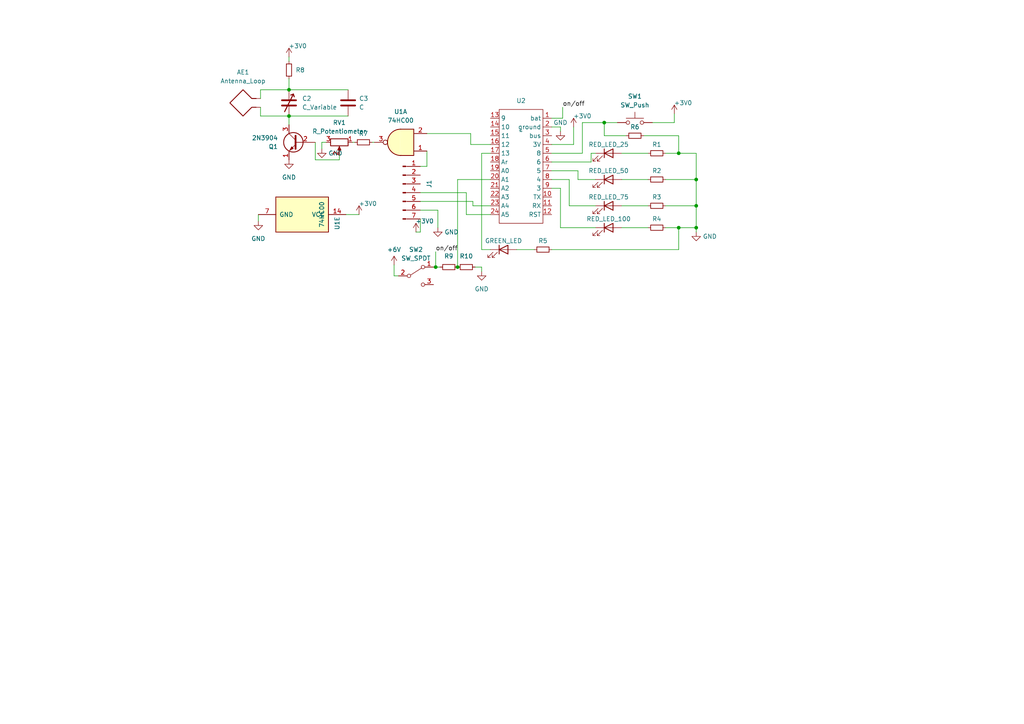
<source format=kicad_sch>
(kicad_sch (version 20230121) (generator eeschema)

  (uuid 8c884e5d-9429-461a-a115-9f5a3e16f11a)

  (paper "A4")

  (lib_symbols
    (symbol "74xx:74HC00" (pin_names (offset 1.016)) (in_bom yes) (on_board yes)
      (property "Reference" "U" (at 0 1.27 0)
        (effects (font (size 1.27 1.27)))
      )
      (property "Value" "74HC00" (at 0 -1.27 0)
        (effects (font (size 1.27 1.27)))
      )
      (property "Footprint" "" (at 0 0 0)
        (effects (font (size 1.27 1.27)) hide)
      )
      (property "Datasheet" "http://www.ti.com/lit/gpn/sn74hc00" (at 0 0 0)
        (effects (font (size 1.27 1.27)) hide)
      )
      (property "ki_locked" "" (at 0 0 0)
        (effects (font (size 1.27 1.27)))
      )
      (property "ki_keywords" "HCMOS nand 2-input" (at 0 0 0)
        (effects (font (size 1.27 1.27)) hide)
      )
      (property "ki_description" "quad 2-input NAND gate" (at 0 0 0)
        (effects (font (size 1.27 1.27)) hide)
      )
      (property "ki_fp_filters" "DIP*W7.62mm* SO14*" (at 0 0 0)
        (effects (font (size 1.27 1.27)) hide)
      )
      (symbol "74HC00_1_1"
        (arc (start 0 -3.81) (mid 3.7934 0) (end 0 3.81)
          (stroke (width 0.254) (type default))
          (fill (type background))
        )
        (polyline
          (pts
            (xy 0 3.81)
            (xy -3.81 3.81)
            (xy -3.81 -3.81)
            (xy 0 -3.81)
          )
          (stroke (width 0.254) (type default))
          (fill (type background))
        )
        (pin input line (at -7.62 2.54 0) (length 3.81)
          (name "~" (effects (font (size 1.27 1.27))))
          (number "1" (effects (font (size 1.27 1.27))))
        )
        (pin input line (at -7.62 -2.54 0) (length 3.81)
          (name "~" (effects (font (size 1.27 1.27))))
          (number "2" (effects (font (size 1.27 1.27))))
        )
        (pin output inverted (at 7.62 0 180) (length 3.81)
          (name "~" (effects (font (size 1.27 1.27))))
          (number "3" (effects (font (size 1.27 1.27))))
        )
      )
      (symbol "74HC00_1_2"
        (arc (start -3.81 -3.81) (mid -2.589 0) (end -3.81 3.81)
          (stroke (width 0.254) (type default))
          (fill (type none))
        )
        (arc (start -0.6096 -3.81) (mid 2.1842 -2.5851) (end 3.81 0)
          (stroke (width 0.254) (type default))
          (fill (type background))
        )
        (polyline
          (pts
            (xy -3.81 -3.81)
            (xy -0.635 -3.81)
          )
          (stroke (width 0.254) (type default))
          (fill (type background))
        )
        (polyline
          (pts
            (xy -3.81 3.81)
            (xy -0.635 3.81)
          )
          (stroke (width 0.254) (type default))
          (fill (type background))
        )
        (polyline
          (pts
            (xy -0.635 3.81)
            (xy -3.81 3.81)
            (xy -3.81 3.81)
            (xy -3.556 3.4036)
            (xy -3.0226 2.2606)
            (xy -2.6924 1.0414)
            (xy -2.6162 -0.254)
            (xy -2.7686 -1.4986)
            (xy -3.175 -2.7178)
            (xy -3.81 -3.81)
            (xy -3.81 -3.81)
            (xy -0.635 -3.81)
          )
          (stroke (width -25.4) (type default))
          (fill (type background))
        )
        (arc (start 3.81 0) (mid 2.1915 2.5936) (end -0.6096 3.81)
          (stroke (width 0.254) (type default))
          (fill (type background))
        )
        (pin input inverted (at -7.62 2.54 0) (length 4.318)
          (name "~" (effects (font (size 1.27 1.27))))
          (number "1" (effects (font (size 1.27 1.27))))
        )
        (pin input inverted (at -7.62 -2.54 0) (length 4.318)
          (name "~" (effects (font (size 1.27 1.27))))
          (number "2" (effects (font (size 1.27 1.27))))
        )
        (pin output line (at 7.62 0 180) (length 3.81)
          (name "~" (effects (font (size 1.27 1.27))))
          (number "3" (effects (font (size 1.27 1.27))))
        )
      )
      (symbol "74HC00_2_1"
        (arc (start 0 -3.81) (mid 3.7934 0) (end 0 3.81)
          (stroke (width 0.254) (type default))
          (fill (type background))
        )
        (polyline
          (pts
            (xy 0 3.81)
            (xy -3.81 3.81)
            (xy -3.81 -3.81)
            (xy 0 -3.81)
          )
          (stroke (width 0.254) (type default))
          (fill (type background))
        )
        (pin input line (at -7.62 2.54 0) (length 3.81)
          (name "~" (effects (font (size 1.27 1.27))))
          (number "4" (effects (font (size 1.27 1.27))))
        )
        (pin input line (at -7.62 -2.54 0) (length 3.81)
          (name "~" (effects (font (size 1.27 1.27))))
          (number "5" (effects (font (size 1.27 1.27))))
        )
        (pin output inverted (at 7.62 0 180) (length 3.81)
          (name "~" (effects (font (size 1.27 1.27))))
          (number "6" (effects (font (size 1.27 1.27))))
        )
      )
      (symbol "74HC00_2_2"
        (arc (start -3.81 -3.81) (mid -2.589 0) (end -3.81 3.81)
          (stroke (width 0.254) (type default))
          (fill (type none))
        )
        (arc (start -0.6096 -3.81) (mid 2.1842 -2.5851) (end 3.81 0)
          (stroke (width 0.254) (type default))
          (fill (type background))
        )
        (polyline
          (pts
            (xy -3.81 -3.81)
            (xy -0.635 -3.81)
          )
          (stroke (width 0.254) (type default))
          (fill (type background))
        )
        (polyline
          (pts
            (xy -3.81 3.81)
            (xy -0.635 3.81)
          )
          (stroke (width 0.254) (type default))
          (fill (type background))
        )
        (polyline
          (pts
            (xy -0.635 3.81)
            (xy -3.81 3.81)
            (xy -3.81 3.81)
            (xy -3.556 3.4036)
            (xy -3.0226 2.2606)
            (xy -2.6924 1.0414)
            (xy -2.6162 -0.254)
            (xy -2.7686 -1.4986)
            (xy -3.175 -2.7178)
            (xy -3.81 -3.81)
            (xy -3.81 -3.81)
            (xy -0.635 -3.81)
          )
          (stroke (width -25.4) (type default))
          (fill (type background))
        )
        (arc (start 3.81 0) (mid 2.1915 2.5936) (end -0.6096 3.81)
          (stroke (width 0.254) (type default))
          (fill (type background))
        )
        (pin input inverted (at -7.62 2.54 0) (length 4.318)
          (name "~" (effects (font (size 1.27 1.27))))
          (number "4" (effects (font (size 1.27 1.27))))
        )
        (pin input inverted (at -7.62 -2.54 0) (length 4.318)
          (name "~" (effects (font (size 1.27 1.27))))
          (number "5" (effects (font (size 1.27 1.27))))
        )
        (pin output line (at 7.62 0 180) (length 3.81)
          (name "~" (effects (font (size 1.27 1.27))))
          (number "6" (effects (font (size 1.27 1.27))))
        )
      )
      (symbol "74HC00_3_1"
        (arc (start 0 -3.81) (mid 3.7934 0) (end 0 3.81)
          (stroke (width 0.254) (type default))
          (fill (type background))
        )
        (polyline
          (pts
            (xy 0 3.81)
            (xy -3.81 3.81)
            (xy -3.81 -3.81)
            (xy 0 -3.81)
          )
          (stroke (width 0.254) (type default))
          (fill (type background))
        )
        (pin input line (at -7.62 -2.54 0) (length 3.81)
          (name "~" (effects (font (size 1.27 1.27))))
          (number "10" (effects (font (size 1.27 1.27))))
        )
        (pin output inverted (at 7.62 0 180) (length 3.81)
          (name "~" (effects (font (size 1.27 1.27))))
          (number "8" (effects (font (size 1.27 1.27))))
        )
        (pin input line (at -7.62 2.54 0) (length 3.81)
          (name "~" (effects (font (size 1.27 1.27))))
          (number "9" (effects (font (size 1.27 1.27))))
        )
      )
      (symbol "74HC00_3_2"
        (arc (start -3.81 -3.81) (mid -2.589 0) (end -3.81 3.81)
          (stroke (width 0.254) (type default))
          (fill (type none))
        )
        (arc (start -0.6096 -3.81) (mid 2.1842 -2.5851) (end 3.81 0)
          (stroke (width 0.254) (type default))
          (fill (type background))
        )
        (polyline
          (pts
            (xy -3.81 -3.81)
            (xy -0.635 -3.81)
          )
          (stroke (width 0.254) (type default))
          (fill (type background))
        )
        (polyline
          (pts
            (xy -3.81 3.81)
            (xy -0.635 3.81)
          )
          (stroke (width 0.254) (type default))
          (fill (type background))
        )
        (polyline
          (pts
            (xy -0.635 3.81)
            (xy -3.81 3.81)
            (xy -3.81 3.81)
            (xy -3.556 3.4036)
            (xy -3.0226 2.2606)
            (xy -2.6924 1.0414)
            (xy -2.6162 -0.254)
            (xy -2.7686 -1.4986)
            (xy -3.175 -2.7178)
            (xy -3.81 -3.81)
            (xy -3.81 -3.81)
            (xy -0.635 -3.81)
          )
          (stroke (width -25.4) (type default))
          (fill (type background))
        )
        (arc (start 3.81 0) (mid 2.1915 2.5936) (end -0.6096 3.81)
          (stroke (width 0.254) (type default))
          (fill (type background))
        )
        (pin input inverted (at -7.62 -2.54 0) (length 4.318)
          (name "~" (effects (font (size 1.27 1.27))))
          (number "10" (effects (font (size 1.27 1.27))))
        )
        (pin output line (at 7.62 0 180) (length 3.81)
          (name "~" (effects (font (size 1.27 1.27))))
          (number "8" (effects (font (size 1.27 1.27))))
        )
        (pin input inverted (at -7.62 2.54 0) (length 4.318)
          (name "~" (effects (font (size 1.27 1.27))))
          (number "9" (effects (font (size 1.27 1.27))))
        )
      )
      (symbol "74HC00_4_1"
        (arc (start 0 -3.81) (mid 3.7934 0) (end 0 3.81)
          (stroke (width 0.254) (type default))
          (fill (type background))
        )
        (polyline
          (pts
            (xy 0 3.81)
            (xy -3.81 3.81)
            (xy -3.81 -3.81)
            (xy 0 -3.81)
          )
          (stroke (width 0.254) (type default))
          (fill (type background))
        )
        (pin output inverted (at 7.62 0 180) (length 3.81)
          (name "~" (effects (font (size 1.27 1.27))))
          (number "11" (effects (font (size 1.27 1.27))))
        )
        (pin input line (at -7.62 2.54 0) (length 3.81)
          (name "~" (effects (font (size 1.27 1.27))))
          (number "12" (effects (font (size 1.27 1.27))))
        )
        (pin input line (at -7.62 -2.54 0) (length 3.81)
          (name "~" (effects (font (size 1.27 1.27))))
          (number "13" (effects (font (size 1.27 1.27))))
        )
      )
      (symbol "74HC00_4_2"
        (arc (start -3.81 -3.81) (mid -2.589 0) (end -3.81 3.81)
          (stroke (width 0.254) (type default))
          (fill (type none))
        )
        (arc (start -0.6096 -3.81) (mid 2.1842 -2.5851) (end 3.81 0)
          (stroke (width 0.254) (type default))
          (fill (type background))
        )
        (polyline
          (pts
            (xy -3.81 -3.81)
            (xy -0.635 -3.81)
          )
          (stroke (width 0.254) (type default))
          (fill (type background))
        )
        (polyline
          (pts
            (xy -3.81 3.81)
            (xy -0.635 3.81)
          )
          (stroke (width 0.254) (type default))
          (fill (type background))
        )
        (polyline
          (pts
            (xy -0.635 3.81)
            (xy -3.81 3.81)
            (xy -3.81 3.81)
            (xy -3.556 3.4036)
            (xy -3.0226 2.2606)
            (xy -2.6924 1.0414)
            (xy -2.6162 -0.254)
            (xy -2.7686 -1.4986)
            (xy -3.175 -2.7178)
            (xy -3.81 -3.81)
            (xy -3.81 -3.81)
            (xy -0.635 -3.81)
          )
          (stroke (width -25.4) (type default))
          (fill (type background))
        )
        (arc (start 3.81 0) (mid 2.1915 2.5936) (end -0.6096 3.81)
          (stroke (width 0.254) (type default))
          (fill (type background))
        )
        (pin output line (at 7.62 0 180) (length 3.81)
          (name "~" (effects (font (size 1.27 1.27))))
          (number "11" (effects (font (size 1.27 1.27))))
        )
        (pin input inverted (at -7.62 2.54 0) (length 4.318)
          (name "~" (effects (font (size 1.27 1.27))))
          (number "12" (effects (font (size 1.27 1.27))))
        )
        (pin input inverted (at -7.62 -2.54 0) (length 4.318)
          (name "~" (effects (font (size 1.27 1.27))))
          (number "13" (effects (font (size 1.27 1.27))))
        )
      )
      (symbol "74HC00_5_0"
        (pin power_in line (at 0 12.7 270) (length 5.08)
          (name "VCC" (effects (font (size 1.27 1.27))))
          (number "14" (effects (font (size 1.27 1.27))))
        )
        (pin power_in line (at 0 -12.7 90) (length 5.08)
          (name "GND" (effects (font (size 1.27 1.27))))
          (number "7" (effects (font (size 1.27 1.27))))
        )
      )
      (symbol "74HC00_5_1"
        (rectangle (start -5.08 7.62) (end 5.08 -7.62)
          (stroke (width 0.254) (type default))
          (fill (type background))
        )
      )
    )
    (symbol "Connector:Conn_01x07_Pin" (pin_names (offset 1.016) hide) (in_bom yes) (on_board yes)
      (property "Reference" "J" (at 0 10.16 0)
        (effects (font (size 1.27 1.27)))
      )
      (property "Value" "Conn_01x07_Pin" (at 0 -10.16 0)
        (effects (font (size 1.27 1.27)))
      )
      (property "Footprint" "" (at 0 0 0)
        (effects (font (size 1.27 1.27)) hide)
      )
      (property "Datasheet" "~" (at 0 0 0)
        (effects (font (size 1.27 1.27)) hide)
      )
      (property "ki_locked" "" (at 0 0 0)
        (effects (font (size 1.27 1.27)))
      )
      (property "ki_keywords" "connector" (at 0 0 0)
        (effects (font (size 1.27 1.27)) hide)
      )
      (property "ki_description" "Generic connector, single row, 01x07, script generated" (at 0 0 0)
        (effects (font (size 1.27 1.27)) hide)
      )
      (property "ki_fp_filters" "Connector*:*_1x??_*" (at 0 0 0)
        (effects (font (size 1.27 1.27)) hide)
      )
      (symbol "Conn_01x07_Pin_1_1"
        (polyline
          (pts
            (xy 1.27 -7.62)
            (xy 0.8636 -7.62)
          )
          (stroke (width 0.1524) (type default))
          (fill (type none))
        )
        (polyline
          (pts
            (xy 1.27 -5.08)
            (xy 0.8636 -5.08)
          )
          (stroke (width 0.1524) (type default))
          (fill (type none))
        )
        (polyline
          (pts
            (xy 1.27 -2.54)
            (xy 0.8636 -2.54)
          )
          (stroke (width 0.1524) (type default))
          (fill (type none))
        )
        (polyline
          (pts
            (xy 1.27 0)
            (xy 0.8636 0)
          )
          (stroke (width 0.1524) (type default))
          (fill (type none))
        )
        (polyline
          (pts
            (xy 1.27 2.54)
            (xy 0.8636 2.54)
          )
          (stroke (width 0.1524) (type default))
          (fill (type none))
        )
        (polyline
          (pts
            (xy 1.27 5.08)
            (xy 0.8636 5.08)
          )
          (stroke (width 0.1524) (type default))
          (fill (type none))
        )
        (polyline
          (pts
            (xy 1.27 7.62)
            (xy 0.8636 7.62)
          )
          (stroke (width 0.1524) (type default))
          (fill (type none))
        )
        (rectangle (start 0.8636 -7.493) (end 0 -7.747)
          (stroke (width 0.1524) (type default))
          (fill (type outline))
        )
        (rectangle (start 0.8636 -4.953) (end 0 -5.207)
          (stroke (width 0.1524) (type default))
          (fill (type outline))
        )
        (rectangle (start 0.8636 -2.413) (end 0 -2.667)
          (stroke (width 0.1524) (type default))
          (fill (type outline))
        )
        (rectangle (start 0.8636 0.127) (end 0 -0.127)
          (stroke (width 0.1524) (type default))
          (fill (type outline))
        )
        (rectangle (start 0.8636 2.667) (end 0 2.413)
          (stroke (width 0.1524) (type default))
          (fill (type outline))
        )
        (rectangle (start 0.8636 5.207) (end 0 4.953)
          (stroke (width 0.1524) (type default))
          (fill (type outline))
        )
        (rectangle (start 0.8636 7.747) (end 0 7.493)
          (stroke (width 0.1524) (type default))
          (fill (type outline))
        )
        (pin passive line (at 5.08 7.62 180) (length 3.81)
          (name "Pin_1" (effects (font (size 1.27 1.27))))
          (number "1" (effects (font (size 1.27 1.27))))
        )
        (pin passive line (at 5.08 5.08 180) (length 3.81)
          (name "Pin_2" (effects (font (size 1.27 1.27))))
          (number "2" (effects (font (size 1.27 1.27))))
        )
        (pin passive line (at 5.08 2.54 180) (length 3.81)
          (name "Pin_3" (effects (font (size 1.27 1.27))))
          (number "3" (effects (font (size 1.27 1.27))))
        )
        (pin passive line (at 5.08 0 180) (length 3.81)
          (name "Pin_4" (effects (font (size 1.27 1.27))))
          (number "4" (effects (font (size 1.27 1.27))))
        )
        (pin passive line (at 5.08 -2.54 180) (length 3.81)
          (name "Pin_5" (effects (font (size 1.27 1.27))))
          (number "5" (effects (font (size 1.27 1.27))))
        )
        (pin passive line (at 5.08 -5.08 180) (length 3.81)
          (name "Pin_6" (effects (font (size 1.27 1.27))))
          (number "6" (effects (font (size 1.27 1.27))))
        )
        (pin passive line (at 5.08 -7.62 180) (length 3.81)
          (name "Pin_7" (effects (font (size 1.27 1.27))))
          (number "7" (effects (font (size 1.27 1.27))))
        )
      )
    )
    (symbol "Device:Antenna_Loop" (pin_numbers hide) (pin_names (offset 1.016) hide) (in_bom yes) (on_board yes)
      (property "Reference" "AE" (at 1.27 6.35 0)
        (effects (font (size 1.27 1.27)))
      )
      (property "Value" "Antenna_Loop" (at 1.27 5.08 0)
        (effects (font (size 1.27 1.27)))
      )
      (property "Footprint" "" (at 0 0 0)
        (effects (font (size 1.27 1.27)) hide)
      )
      (property "Datasheet" "~" (at 0 0 0)
        (effects (font (size 1.27 1.27)) hide)
      )
      (property "ki_keywords" "loop antenna" (at 0 0 0)
        (effects (font (size 1.27 1.27)) hide)
      )
      (property "ki_description" "Loop antenna" (at 0 0 0)
        (effects (font (size 1.27 1.27)) hide)
      )
      (symbol "Antenna_Loop_0_1"
        (polyline
          (pts
            (xy 2.54 -3.81)
            (xy 2.54 -2.54)
            (xy 5.08 0)
            (xy 1.27 3.81)
            (xy -2.54 0)
            (xy 0 -2.54)
            (xy 0 -3.81)
          )
          (stroke (width 0.254) (type default))
          (fill (type none))
        )
      )
      (symbol "Antenna_Loop_1_1"
        (pin input line (at 0 -5.08 90) (length 2.54)
          (name "~" (effects (font (size 1.27 1.27))))
          (number "1" (effects (font (size 1.27 1.27))))
        )
        (pin input line (at 2.54 -5.08 90) (length 2.54)
          (name "~" (effects (font (size 1.27 1.27))))
          (number "2" (effects (font (size 1.27 1.27))))
        )
      )
    )
    (symbol "Device:C" (pin_numbers hide) (pin_names (offset 0.254)) (in_bom yes) (on_board yes)
      (property "Reference" "C" (at 0.635 2.54 0)
        (effects (font (size 1.27 1.27)) (justify left))
      )
      (property "Value" "C" (at 0.635 -2.54 0)
        (effects (font (size 1.27 1.27)) (justify left))
      )
      (property "Footprint" "" (at 0.9652 -3.81 0)
        (effects (font (size 1.27 1.27)) hide)
      )
      (property "Datasheet" "~" (at 0 0 0)
        (effects (font (size 1.27 1.27)) hide)
      )
      (property "ki_keywords" "cap capacitor" (at 0 0 0)
        (effects (font (size 1.27 1.27)) hide)
      )
      (property "ki_description" "Unpolarized capacitor" (at 0 0 0)
        (effects (font (size 1.27 1.27)) hide)
      )
      (property "ki_fp_filters" "C_*" (at 0 0 0)
        (effects (font (size 1.27 1.27)) hide)
      )
      (symbol "C_0_1"
        (polyline
          (pts
            (xy -2.032 -0.762)
            (xy 2.032 -0.762)
          )
          (stroke (width 0.508) (type default))
          (fill (type none))
        )
        (polyline
          (pts
            (xy -2.032 0.762)
            (xy 2.032 0.762)
          )
          (stroke (width 0.508) (type default))
          (fill (type none))
        )
      )
      (symbol "C_1_1"
        (pin passive line (at 0 3.81 270) (length 2.794)
          (name "~" (effects (font (size 1.27 1.27))))
          (number "1" (effects (font (size 1.27 1.27))))
        )
        (pin passive line (at 0 -3.81 90) (length 2.794)
          (name "~" (effects (font (size 1.27 1.27))))
          (number "2" (effects (font (size 1.27 1.27))))
        )
      )
    )
    (symbol "Device:C_Variable" (pin_numbers hide) (pin_names (offset 0.254) hide) (in_bom yes) (on_board yes)
      (property "Reference" "C" (at 0.635 -1.905 0)
        (effects (font (size 1.27 1.27)) (justify left))
      )
      (property "Value" "C_Variable" (at 0.635 -3.81 0)
        (effects (font (size 1.27 1.27)) (justify left))
      )
      (property "Footprint" "" (at 0 0 0)
        (effects (font (size 1.27 1.27)) hide)
      )
      (property "Datasheet" "~" (at 0 0 0)
        (effects (font (size 1.27 1.27)) hide)
      )
      (property "ki_keywords" "trimmer capacitor" (at 0 0 0)
        (effects (font (size 1.27 1.27)) hide)
      )
      (property "ki_description" "Variable capacitor" (at 0 0 0)
        (effects (font (size 1.27 1.27)) hide)
      )
      (symbol "C_Variable_0_1"
        (polyline
          (pts
            (xy -2.032 -0.762)
            (xy 2.032 -0.762)
          )
          (stroke (width 0.508) (type default))
          (fill (type none))
        )
        (polyline
          (pts
            (xy -2.032 0.762)
            (xy 2.032 0.762)
          )
          (stroke (width 0.508) (type default))
          (fill (type none))
        )
        (polyline
          (pts
            (xy 1.27 2.54)
            (xy -1.27 -2.54)
          )
          (stroke (width 0.3048) (type default))
          (fill (type none))
        )
        (polyline
          (pts
            (xy 1.27 2.54)
            (xy 0.508 2.286)
          )
          (stroke (width 0.3048) (type default))
          (fill (type none))
        )
        (polyline
          (pts
            (xy 1.27 2.54)
            (xy 1.524 1.778)
          )
          (stroke (width 0.3048) (type default))
          (fill (type none))
        )
      )
      (symbol "C_Variable_1_1"
        (pin passive line (at 0 3.81 270) (length 3.048)
          (name "~" (effects (font (size 1.27 1.27))))
          (number "1" (effects (font (size 1.27 1.27))))
        )
        (pin passive line (at 0 -3.81 90) (length 3.048)
          (name "~" (effects (font (size 1.27 1.27))))
          (number "2" (effects (font (size 1.27 1.27))))
        )
      )
    )
    (symbol "Device:LED" (pin_numbers hide) (pin_names (offset 1.016) hide) (in_bom yes) (on_board yes)
      (property "Reference" "D" (at 0 2.54 0)
        (effects (font (size 1.27 1.27)))
      )
      (property "Value" "LED" (at 0 -2.54 0)
        (effects (font (size 1.27 1.27)))
      )
      (property "Footprint" "" (at 0 0 0)
        (effects (font (size 1.27 1.27)) hide)
      )
      (property "Datasheet" "~" (at 0 0 0)
        (effects (font (size 1.27 1.27)) hide)
      )
      (property "ki_keywords" "LED diode" (at 0 0 0)
        (effects (font (size 1.27 1.27)) hide)
      )
      (property "ki_description" "Light emitting diode" (at 0 0 0)
        (effects (font (size 1.27 1.27)) hide)
      )
      (property "ki_fp_filters" "LED* LED_SMD:* LED_THT:*" (at 0 0 0)
        (effects (font (size 1.27 1.27)) hide)
      )
      (symbol "LED_0_1"
        (polyline
          (pts
            (xy -1.27 -1.27)
            (xy -1.27 1.27)
          )
          (stroke (width 0.254) (type default))
          (fill (type none))
        )
        (polyline
          (pts
            (xy -1.27 0)
            (xy 1.27 0)
          )
          (stroke (width 0) (type default))
          (fill (type none))
        )
        (polyline
          (pts
            (xy 1.27 -1.27)
            (xy 1.27 1.27)
            (xy -1.27 0)
            (xy 1.27 -1.27)
          )
          (stroke (width 0.254) (type default))
          (fill (type none))
        )
        (polyline
          (pts
            (xy -3.048 -0.762)
            (xy -4.572 -2.286)
            (xy -3.81 -2.286)
            (xy -4.572 -2.286)
            (xy -4.572 -1.524)
          )
          (stroke (width 0) (type default))
          (fill (type none))
        )
        (polyline
          (pts
            (xy -1.778 -0.762)
            (xy -3.302 -2.286)
            (xy -2.54 -2.286)
            (xy -3.302 -2.286)
            (xy -3.302 -1.524)
          )
          (stroke (width 0) (type default))
          (fill (type none))
        )
      )
      (symbol "LED_1_1"
        (pin passive line (at -3.81 0 0) (length 2.54)
          (name "K" (effects (font (size 1.27 1.27))))
          (number "1" (effects (font (size 1.27 1.27))))
        )
        (pin passive line (at 3.81 0 180) (length 2.54)
          (name "A" (effects (font (size 1.27 1.27))))
          (number "2" (effects (font (size 1.27 1.27))))
        )
      )
    )
    (symbol "Device:R_Potentiometer" (pin_names (offset 1.016) hide) (in_bom yes) (on_board yes)
      (property "Reference" "RV" (at -4.445 0 90)
        (effects (font (size 1.27 1.27)))
      )
      (property "Value" "R_Potentiometer" (at -2.54 0 90)
        (effects (font (size 1.27 1.27)))
      )
      (property "Footprint" "" (at 0 0 0)
        (effects (font (size 1.27 1.27)) hide)
      )
      (property "Datasheet" "~" (at 0 0 0)
        (effects (font (size 1.27 1.27)) hide)
      )
      (property "ki_keywords" "resistor variable" (at 0 0 0)
        (effects (font (size 1.27 1.27)) hide)
      )
      (property "ki_description" "Potentiometer" (at 0 0 0)
        (effects (font (size 1.27 1.27)) hide)
      )
      (property "ki_fp_filters" "Potentiometer*" (at 0 0 0)
        (effects (font (size 1.27 1.27)) hide)
      )
      (symbol "R_Potentiometer_0_1"
        (polyline
          (pts
            (xy 2.54 0)
            (xy 1.524 0)
          )
          (stroke (width 0) (type default))
          (fill (type none))
        )
        (polyline
          (pts
            (xy 1.143 0)
            (xy 2.286 0.508)
            (xy 2.286 -0.508)
            (xy 1.143 0)
          )
          (stroke (width 0) (type default))
          (fill (type outline))
        )
        (rectangle (start 1.016 2.54) (end -1.016 -2.54)
          (stroke (width 0.254) (type default))
          (fill (type none))
        )
      )
      (symbol "R_Potentiometer_1_1"
        (pin passive line (at 0 3.81 270) (length 1.27)
          (name "1" (effects (font (size 1.27 1.27))))
          (number "1" (effects (font (size 1.27 1.27))))
        )
        (pin passive line (at 3.81 0 180) (length 1.27)
          (name "2" (effects (font (size 1.27 1.27))))
          (number "2" (effects (font (size 1.27 1.27))))
        )
        (pin passive line (at 0 -3.81 90) (length 1.27)
          (name "3" (effects (font (size 1.27 1.27))))
          (number "3" (effects (font (size 1.27 1.27))))
        )
      )
    )
    (symbol "Device:R_Small" (pin_numbers hide) (pin_names (offset 0.254) hide) (in_bom yes) (on_board yes)
      (property "Reference" "R" (at 0.762 0.508 0)
        (effects (font (size 1.27 1.27)) (justify left))
      )
      (property "Value" "R_Small" (at 0.762 -1.016 0)
        (effects (font (size 1.27 1.27)) (justify left))
      )
      (property "Footprint" "" (at 0 0 0)
        (effects (font (size 1.27 1.27)) hide)
      )
      (property "Datasheet" "~" (at 0 0 0)
        (effects (font (size 1.27 1.27)) hide)
      )
      (property "ki_keywords" "R resistor" (at 0 0 0)
        (effects (font (size 1.27 1.27)) hide)
      )
      (property "ki_description" "Resistor, small symbol" (at 0 0 0)
        (effects (font (size 1.27 1.27)) hide)
      )
      (property "ki_fp_filters" "R_*" (at 0 0 0)
        (effects (font (size 1.27 1.27)) hide)
      )
      (symbol "R_Small_0_1"
        (rectangle (start -0.762 1.778) (end 0.762 -1.778)
          (stroke (width 0.2032) (type default))
          (fill (type none))
        )
      )
      (symbol "R_Small_1_1"
        (pin passive line (at 0 2.54 270) (length 0.762)
          (name "~" (effects (font (size 1.27 1.27))))
          (number "1" (effects (font (size 1.27 1.27))))
        )
        (pin passive line (at 0 -2.54 90) (length 0.762)
          (name "~" (effects (font (size 1.27 1.27))))
          (number "2" (effects (font (size 1.27 1.27))))
        )
      )
    )
    (symbol "Switch:SW_Push" (pin_numbers hide) (pin_names (offset 1.016) hide) (in_bom yes) (on_board yes)
      (property "Reference" "SW" (at 1.27 2.54 0)
        (effects (font (size 1.27 1.27)) (justify left))
      )
      (property "Value" "SW_Push" (at 0 -1.524 0)
        (effects (font (size 1.27 1.27)))
      )
      (property "Footprint" "" (at 0 5.08 0)
        (effects (font (size 1.27 1.27)) hide)
      )
      (property "Datasheet" "~" (at 0 5.08 0)
        (effects (font (size 1.27 1.27)) hide)
      )
      (property "ki_keywords" "switch normally-open pushbutton push-button" (at 0 0 0)
        (effects (font (size 1.27 1.27)) hide)
      )
      (property "ki_description" "Push button switch, generic, two pins" (at 0 0 0)
        (effects (font (size 1.27 1.27)) hide)
      )
      (symbol "SW_Push_0_1"
        (circle (center -2.032 0) (radius 0.508)
          (stroke (width 0) (type default))
          (fill (type none))
        )
        (polyline
          (pts
            (xy 0 1.27)
            (xy 0 3.048)
          )
          (stroke (width 0) (type default))
          (fill (type none))
        )
        (polyline
          (pts
            (xy 2.54 1.27)
            (xy -2.54 1.27)
          )
          (stroke (width 0) (type default))
          (fill (type none))
        )
        (circle (center 2.032 0) (radius 0.508)
          (stroke (width 0) (type default))
          (fill (type none))
        )
        (pin passive line (at -5.08 0 0) (length 2.54)
          (name "1" (effects (font (size 1.27 1.27))))
          (number "1" (effects (font (size 1.27 1.27))))
        )
        (pin passive line (at 5.08 0 180) (length 2.54)
          (name "2" (effects (font (size 1.27 1.27))))
          (number "2" (effects (font (size 1.27 1.27))))
        )
      )
    )
    (symbol "Switch:SW_SPDT" (pin_names (offset 0) hide) (in_bom yes) (on_board yes)
      (property "Reference" "SW" (at 0 4.318 0)
        (effects (font (size 1.27 1.27)))
      )
      (property "Value" "SW_SPDT" (at 0 -5.08 0)
        (effects (font (size 1.27 1.27)))
      )
      (property "Footprint" "" (at 0 0 0)
        (effects (font (size 1.27 1.27)) hide)
      )
      (property "Datasheet" "~" (at 0 0 0)
        (effects (font (size 1.27 1.27)) hide)
      )
      (property "ki_keywords" "switch single-pole double-throw spdt ON-ON" (at 0 0 0)
        (effects (font (size 1.27 1.27)) hide)
      )
      (property "ki_description" "Switch, single pole double throw" (at 0 0 0)
        (effects (font (size 1.27 1.27)) hide)
      )
      (symbol "SW_SPDT_0_0"
        (circle (center -2.032 0) (radius 0.508)
          (stroke (width 0) (type default))
          (fill (type none))
        )
        (circle (center 2.032 -2.54) (radius 0.508)
          (stroke (width 0) (type default))
          (fill (type none))
        )
      )
      (symbol "SW_SPDT_0_1"
        (polyline
          (pts
            (xy -1.524 0.254)
            (xy 1.651 2.286)
          )
          (stroke (width 0) (type default))
          (fill (type none))
        )
        (circle (center 2.032 2.54) (radius 0.508)
          (stroke (width 0) (type default))
          (fill (type none))
        )
      )
      (symbol "SW_SPDT_1_1"
        (pin passive line (at 5.08 2.54 180) (length 2.54)
          (name "A" (effects (font (size 1.27 1.27))))
          (number "1" (effects (font (size 1.27 1.27))))
        )
        (pin passive line (at -5.08 0 0) (length 2.54)
          (name "B" (effects (font (size 1.27 1.27))))
          (number "2" (effects (font (size 1.27 1.27))))
        )
        (pin passive line (at 5.08 -2.54 180) (length 2.54)
          (name "C" (effects (font (size 1.27 1.27))))
          (number "3" (effects (font (size 1.27 1.27))))
        )
      )
    )
    (symbol "Transistor_BJT:2N3904" (pin_names (offset 0) hide) (in_bom yes) (on_board yes)
      (property "Reference" "Q" (at 5.08 1.905 0)
        (effects (font (size 1.27 1.27)) (justify left))
      )
      (property "Value" "2N3904" (at 5.08 0 0)
        (effects (font (size 1.27 1.27)) (justify left))
      )
      (property "Footprint" "Package_TO_SOT_THT:TO-92_Inline" (at 5.08 -1.905 0)
        (effects (font (size 1.27 1.27) italic) (justify left) hide)
      )
      (property "Datasheet" "https://www.onsemi.com/pub/Collateral/2N3903-D.PDF" (at 0 0 0)
        (effects (font (size 1.27 1.27)) (justify left) hide)
      )
      (property "ki_keywords" "NPN Transistor" (at 0 0 0)
        (effects (font (size 1.27 1.27)) hide)
      )
      (property "ki_description" "0.2A Ic, 40V Vce, Small Signal NPN Transistor, TO-92" (at 0 0 0)
        (effects (font (size 1.27 1.27)) hide)
      )
      (property "ki_fp_filters" "TO?92*" (at 0 0 0)
        (effects (font (size 1.27 1.27)) hide)
      )
      (symbol "2N3904_0_1"
        (polyline
          (pts
            (xy 0.635 0.635)
            (xy 2.54 2.54)
          )
          (stroke (width 0) (type default))
          (fill (type none))
        )
        (polyline
          (pts
            (xy 0.635 -0.635)
            (xy 2.54 -2.54)
            (xy 2.54 -2.54)
          )
          (stroke (width 0) (type default))
          (fill (type none))
        )
        (polyline
          (pts
            (xy 0.635 1.905)
            (xy 0.635 -1.905)
            (xy 0.635 -1.905)
          )
          (stroke (width 0.508) (type default))
          (fill (type none))
        )
        (polyline
          (pts
            (xy 1.27 -1.778)
            (xy 1.778 -1.27)
            (xy 2.286 -2.286)
            (xy 1.27 -1.778)
            (xy 1.27 -1.778)
          )
          (stroke (width 0) (type default))
          (fill (type outline))
        )
        (circle (center 1.27 0) (radius 2.8194)
          (stroke (width 0.254) (type default))
          (fill (type none))
        )
      )
      (symbol "2N3904_1_1"
        (pin passive line (at 2.54 -5.08 90) (length 2.54)
          (name "E" (effects (font (size 1.27 1.27))))
          (number "1" (effects (font (size 1.27 1.27))))
        )
        (pin passive line (at -5.08 0 0) (length 5.715)
          (name "B" (effects (font (size 1.27 1.27))))
          (number "2" (effects (font (size 1.27 1.27))))
        )
        (pin passive line (at 2.54 5.08 270) (length 2.54)
          (name "C" (effects (font (size 1.27 1.27))))
          (number "3" (effects (font (size 1.27 1.27))))
        )
      )
    )
    (symbol "power:+3V0" (power) (pin_names (offset 0)) (in_bom yes) (on_board yes)
      (property "Reference" "#PWR" (at 0 -3.81 0)
        (effects (font (size 1.27 1.27)) hide)
      )
      (property "Value" "+3V0" (at 0 3.556 0)
        (effects (font (size 1.27 1.27)))
      )
      (property "Footprint" "" (at 0 0 0)
        (effects (font (size 1.27 1.27)) hide)
      )
      (property "Datasheet" "" (at 0 0 0)
        (effects (font (size 1.27 1.27)) hide)
      )
      (property "ki_keywords" "global power" (at 0 0 0)
        (effects (font (size 1.27 1.27)) hide)
      )
      (property "ki_description" "Power symbol creates a global label with name \"+3V0\"" (at 0 0 0)
        (effects (font (size 1.27 1.27)) hide)
      )
      (symbol "+3V0_0_1"
        (polyline
          (pts
            (xy -0.762 1.27)
            (xy 0 2.54)
          )
          (stroke (width 0) (type default))
          (fill (type none))
        )
        (polyline
          (pts
            (xy 0 0)
            (xy 0 2.54)
          )
          (stroke (width 0) (type default))
          (fill (type none))
        )
        (polyline
          (pts
            (xy 0 2.54)
            (xy 0.762 1.27)
          )
          (stroke (width 0) (type default))
          (fill (type none))
        )
      )
      (symbol "+3V0_1_1"
        (pin power_in line (at 0 0 90) (length 0) hide
          (name "+3V0" (effects (font (size 1.27 1.27))))
          (number "1" (effects (font (size 1.27 1.27))))
        )
      )
    )
    (symbol "power:+6V" (power) (pin_names (offset 0)) (in_bom yes) (on_board yes)
      (property "Reference" "#PWR" (at 0 -3.81 0)
        (effects (font (size 1.27 1.27)) hide)
      )
      (property "Value" "+6V" (at 0 3.556 0)
        (effects (font (size 1.27 1.27)))
      )
      (property "Footprint" "" (at 0 0 0)
        (effects (font (size 1.27 1.27)) hide)
      )
      (property "Datasheet" "" (at 0 0 0)
        (effects (font (size 1.27 1.27)) hide)
      )
      (property "ki_keywords" "global power" (at 0 0 0)
        (effects (font (size 1.27 1.27)) hide)
      )
      (property "ki_description" "Power symbol creates a global label with name \"+6V\"" (at 0 0 0)
        (effects (font (size 1.27 1.27)) hide)
      )
      (symbol "+6V_0_1"
        (polyline
          (pts
            (xy -0.762 1.27)
            (xy 0 2.54)
          )
          (stroke (width 0) (type default))
          (fill (type none))
        )
        (polyline
          (pts
            (xy 0 0)
            (xy 0 2.54)
          )
          (stroke (width 0) (type default))
          (fill (type none))
        )
        (polyline
          (pts
            (xy 0 2.54)
            (xy 0.762 1.27)
          )
          (stroke (width 0) (type default))
          (fill (type none))
        )
      )
      (symbol "+6V_1_1"
        (pin power_in line (at 0 0 90) (length 0) hide
          (name "+6V" (effects (font (size 1.27 1.27))))
          (number "1" (effects (font (size 1.27 1.27))))
        )
      )
    )
    (symbol "power:GND" (power) (pin_names (offset 0)) (in_bom yes) (on_board yes)
      (property "Reference" "#PWR" (at 0 -6.35 0)
        (effects (font (size 1.27 1.27)) hide)
      )
      (property "Value" "GND" (at 0 -3.81 0)
        (effects (font (size 1.27 1.27)))
      )
      (property "Footprint" "" (at 0 0 0)
        (effects (font (size 1.27 1.27)) hide)
      )
      (property "Datasheet" "" (at 0 0 0)
        (effects (font (size 1.27 1.27)) hide)
      )
      (property "ki_keywords" "global power" (at 0 0 0)
        (effects (font (size 1.27 1.27)) hide)
      )
      (property "ki_description" "Power symbol creates a global label with name \"GND\" , ground" (at 0 0 0)
        (effects (font (size 1.27 1.27)) hide)
      )
      (symbol "GND_0_1"
        (polyline
          (pts
            (xy 0 0)
            (xy 0 -1.27)
            (xy 1.27 -1.27)
            (xy 0 -2.54)
            (xy -1.27 -1.27)
            (xy 0 -1.27)
          )
          (stroke (width 0) (type default))
          (fill (type none))
        )
      )
      (symbol "GND_1_1"
        (pin power_in line (at 0 0 270) (length 0) hide
          (name "GND" (effects (font (size 1.27 1.27))))
          (number "1" (effects (font (size 1.27 1.27))))
        )
      )
    )
    (symbol "ta:pro_mini" (in_bom yes) (on_board yes)
      (property "Reference" "U" (at 0 17.78 0)
        (effects (font (size 1.27 1.27)))
      )
      (property "Value" "" (at 0 10.16 0)
        (effects (font (size 1.27 1.27)))
      )
      (property "Footprint" "" (at 0 10.16 0)
        (effects (font (size 1.27 1.27)) hide)
      )
      (property "Datasheet" "" (at 0 10.16 0)
        (effects (font (size 1.27 1.27)) hide)
      )
      (symbol "pro_mini_0_1"
        (rectangle (start -6.35 16.51) (end 6.35 -16.51)
          (stroke (width 0) (type default))
          (fill (type none))
        )
      )
      (symbol "pro_mini_1_1"
        (pin input line (at 8.89 13.97 180) (length 2.54)
          (name "bat" (effects (font (size 1.27 1.27))))
          (number "1" (effects (font (size 1.27 1.27))))
        )
        (pin input line (at 8.89 -8.89 180) (length 2.54)
          (name "TX" (effects (font (size 1.27 1.27))))
          (number "10" (effects (font (size 1.27 1.27))))
        )
        (pin input line (at 8.89 -11.43 180) (length 2.54)
          (name "RX" (effects (font (size 1.27 1.27))))
          (number "11" (effects (font (size 1.27 1.27))))
        )
        (pin input line (at 8.89 -13.97 180) (length 2.54)
          (name "RST" (effects (font (size 1.27 1.27))))
          (number "12" (effects (font (size 1.27 1.27))))
        )
        (pin input line (at -8.89 13.97 0) (length 2.54)
          (name "9" (effects (font (size 1.27 1.27))))
          (number "13" (effects (font (size 1.27 1.27))))
        )
        (pin input line (at -8.89 11.43 0) (length 2.54)
          (name "10" (effects (font (size 1.27 1.27))))
          (number "14" (effects (font (size 1.27 1.27))))
        )
        (pin input line (at -8.89 8.89 0) (length 2.54)
          (name "11" (effects (font (size 1.27 1.27))))
          (number "15" (effects (font (size 1.27 1.27))))
        )
        (pin input line (at -8.89 6.35 0) (length 2.54)
          (name "12" (effects (font (size 1.27 1.27))))
          (number "16" (effects (font (size 1.27 1.27))))
        )
        (pin input line (at -8.89 3.81 0) (length 2.54)
          (name "13" (effects (font (size 1.27 1.27))))
          (number "17" (effects (font (size 1.27 1.27))))
        )
        (pin input line (at -8.89 1.27 0) (length 2.54)
          (name "Ar" (effects (font (size 1.27 1.27))))
          (number "18" (effects (font (size 1.27 1.27))))
        )
        (pin input line (at -8.89 -1.27 0) (length 2.54)
          (name "A0" (effects (font (size 1.27 1.27))))
          (number "19" (effects (font (size 1.27 1.27))))
        )
        (pin input line (at 8.89 11.43 180) (length 2.54)
          (name "ground" (effects (font (size 1.27 1.27))))
          (number "2" (effects (font (size 1.27 1.27))))
        )
        (pin input line (at -8.89 -3.81 0) (length 2.54)
          (name "A1" (effects (font (size 1.27 1.27))))
          (number "20" (effects (font (size 1.27 1.27))))
        )
        (pin input line (at -8.89 -6.35 0) (length 2.54)
          (name "A2" (effects (font (size 1.27 1.27))))
          (number "21" (effects (font (size 1.27 1.27))))
        )
        (pin input line (at -8.89 -8.89 0) (length 2.54)
          (name "A3" (effects (font (size 1.27 1.27))))
          (number "22" (effects (font (size 1.27 1.27))))
        )
        (pin input line (at -8.89 -11.43 0) (length 2.54)
          (name "A4" (effects (font (size 1.27 1.27))))
          (number "23" (effects (font (size 1.27 1.27))))
        )
        (pin input line (at -8.89 -13.97 0) (length 2.54)
          (name "A5" (effects (font (size 1.27 1.27))))
          (number "24" (effects (font (size 1.27 1.27))))
        )
        (pin input line (at 8.89 8.89 180) (length 2.54)
          (name "bus" (effects (font (size 1.27 1.27))))
          (number "3" (effects (font (size 1.27 1.27))))
        )
        (pin input line (at 8.89 6.35 180) (length 2.54)
          (name "3V" (effects (font (size 1.27 1.27))))
          (number "4" (effects (font (size 1.27 1.27))))
        )
        (pin input line (at 8.89 3.81 180) (length 2.54)
          (name "8" (effects (font (size 1.27 1.27))))
          (number "5" (effects (font (size 1.27 1.27))))
        )
        (pin input line (at 8.89 1.27 180) (length 2.54)
          (name "6" (effects (font (size 1.27 1.27))))
          (number "6" (effects (font (size 1.27 1.27))))
        )
        (pin input line (at 8.89 -1.27 180) (length 2.54)
          (name "5" (effects (font (size 1.27 1.27))))
          (number "7" (effects (font (size 1.27 1.27))))
        )
        (pin input line (at 8.89 -3.81 180) (length 2.54)
          (name "4" (effects (font (size 1.27 1.27))))
          (number "8" (effects (font (size 1.27 1.27))))
        )
        (pin input line (at 8.89 -6.35 180) (length 2.54)
          (name "3" (effects (font (size 1.27 1.27))))
          (number "9" (effects (font (size 1.27 1.27))))
        )
      )
    )
  )

  (junction (at 196.85 44.45) (diameter 0) (color 0 0 0 0)
    (uuid 24b3fc54-fdd7-4ff9-b71f-0eb9504ca8d3)
  )
  (junction (at 201.93 52.07) (diameter 0) (color 0 0 0 0)
    (uuid 62b8c2c7-2f69-4393-b50c-10e2cf731663)
  )
  (junction (at 83.82 33.655) (diameter 0) (color 0 0 0 0)
    (uuid 93dc550a-fcb9-4bd8-8496-43f4e79a7f61)
  )
  (junction (at 201.93 66.04) (diameter 0) (color 0 0 0 0)
    (uuid c94b31ff-9669-4972-992f-c12ced5b6e33)
  )
  (junction (at 201.93 59.69) (diameter 0) (color 0 0 0 0)
    (uuid ca353f66-a9ec-4897-ae0a-e660bd6c7fbb)
  )
  (junction (at 196.85 66.04) (diameter 0) (color 0 0 0 0)
    (uuid cca2cd74-01b0-4fd4-8487-4d90561da5b5)
  )
  (junction (at 126.365 77.47) (diameter 0) (color 0 0 0 0)
    (uuid d408a79a-d60c-438d-9345-63c733350f37)
  )
  (junction (at 175.26 35.56) (diameter 0) (color 0 0 0 0)
    (uuid f0ac4990-a87c-48d8-b483-92d9c80e8213)
  )
  (junction (at 132.715 77.47) (diameter 0) (color 0 0 0 0)
    (uuid f757d616-0a25-456a-a4bc-3bf64d768302)
  )
  (junction (at 83.82 26.035) (diameter 0) (color 0 0 0 0)
    (uuid fba81c7f-1c14-42e2-9e78-dac6307c201d)
  )

  (wire (pts (xy 201.93 52.07) (xy 201.93 44.45))
    (stroke (width 0) (type default))
    (uuid 001cdebc-57cf-4351-8510-43b5fca67ea7)
  )
  (wire (pts (xy 162.56 54.61) (xy 160.02 54.61))
    (stroke (width 0) (type default))
    (uuid 03a941ef-8c3a-4141-9fbb-f0f950d4f3c7)
  )
  (wire (pts (xy 94.615 41.275) (xy 93.345 41.275))
    (stroke (width 0) (type default))
    (uuid 03f5b82e-de7c-42d4-884a-84cf8e6e2e24)
  )
  (wire (pts (xy 196.85 72.39) (xy 196.85 66.04))
    (stroke (width 0) (type default))
    (uuid 04a94145-0998-432b-bd00-747d853f3251)
  )
  (wire (pts (xy 165.1 52.07) (xy 160.02 52.07))
    (stroke (width 0) (type default))
    (uuid 05270b9f-18c0-46ed-87b9-16f444671985)
  )
  (wire (pts (xy 142.24 72.39) (xy 139.7 72.39))
    (stroke (width 0) (type default))
    (uuid 0615d13a-65fc-49c0-8919-c15cd974bfaa)
  )
  (wire (pts (xy 193.04 52.07) (xy 201.93 52.07))
    (stroke (width 0) (type default))
    (uuid 076b3d8a-aca3-4f05-adcb-16790a7fc4b3)
  )
  (wire (pts (xy 160.02 72.39) (xy 196.85 72.39))
    (stroke (width 0) (type default))
    (uuid 08a18819-9b2b-47b7-8dc4-33dd33e11167)
  )
  (wire (pts (xy 100.33 62.23) (xy 104.14 62.23))
    (stroke (width 0) (type default))
    (uuid 0992c305-e125-4398-9c10-1b09f55c55b7)
  )
  (wire (pts (xy 123.825 48.26) (xy 123.825 43.815))
    (stroke (width 0) (type default))
    (uuid 0e095c5d-4963-419b-954a-d4e56b9f7cd3)
  )
  (wire (pts (xy 201.93 67.31) (xy 201.93 66.04))
    (stroke (width 0) (type default))
    (uuid 0f7f87ef-b7e4-40ce-bc35-7a8545477495)
  )
  (wire (pts (xy 83.82 33.655) (xy 83.82 36.195))
    (stroke (width 0) (type default))
    (uuid 10f34d22-e7b1-4fdd-9360-0ee068714edb)
  )
  (wire (pts (xy 172.72 44.45) (xy 171.45 44.45))
    (stroke (width 0) (type default))
    (uuid 15a64c36-831e-44e6-8b85-864ba937eb00)
  )
  (wire (pts (xy 179.07 35.56) (xy 175.26 35.56))
    (stroke (width 0) (type default))
    (uuid 16b6a729-6969-4a90-812d-ca4f6a14bab8)
  )
  (wire (pts (xy 83.82 16.51) (xy 83.82 17.78))
    (stroke (width 0) (type default))
    (uuid 178df7db-f1d6-461e-bb72-fee496de2f02)
  )
  (wire (pts (xy 171.45 44.45) (xy 171.45 46.99))
    (stroke (width 0) (type default))
    (uuid 17ff0989-00d3-4590-9320-b5b76bb76e8e)
  )
  (wire (pts (xy 121.92 55.88) (xy 135.255 55.88))
    (stroke (width 0) (type default))
    (uuid 1a14eba3-d9b4-4e65-9820-8648ed2cd9b9)
  )
  (wire (pts (xy 172.72 59.69) (xy 165.1 59.69))
    (stroke (width 0) (type default))
    (uuid 1a61fe33-8b45-43ee-b55f-7c973e46b854)
  )
  (wire (pts (xy 137.16 59.69) (xy 137.16 58.42))
    (stroke (width 0) (type default))
    (uuid 1de12cfd-4938-48aa-82ec-373a0b441c9f)
  )
  (wire (pts (xy 121.92 63.5) (xy 121.92 67.31))
    (stroke (width 0) (type default))
    (uuid 1eb6ede0-0a95-4ce7-828a-b43e7952a3ac)
  )
  (wire (pts (xy 162.56 66.04) (xy 162.56 54.61))
    (stroke (width 0) (type default))
    (uuid 22380542-92b5-4d3e-a1cd-a8c5355d36dd)
  )
  (wire (pts (xy 172.72 52.07) (xy 167.64 52.07))
    (stroke (width 0) (type default))
    (uuid 2b9cb7d4-d9ed-4d10-a52a-81a90849d4e4)
  )
  (wire (pts (xy 162.56 36.83) (xy 162.56 38.1))
    (stroke (width 0) (type default))
    (uuid 3401c0f6-33c2-4ad2-9779-df2543e7c863)
  )
  (wire (pts (xy 75.565 28.575) (xy 75.565 26.035))
    (stroke (width 0) (type default))
    (uuid 35533778-f8af-4eb4-a398-17722a02f351)
  )
  (wire (pts (xy 168.91 44.45) (xy 160.02 44.45))
    (stroke (width 0) (type default))
    (uuid 36e5ede6-2173-4464-afb8-d28c51238ce6)
  )
  (wire (pts (xy 139.7 44.45) (xy 142.24 44.45))
    (stroke (width 0) (type default))
    (uuid 3f55c4c3-8e8b-4b0f-a71c-1d68750da532)
  )
  (wire (pts (xy 83.82 26.035) (xy 100.965 26.035))
    (stroke (width 0) (type default))
    (uuid 4015a48b-6099-46bf-a5d4-bf463ec53947)
  )
  (wire (pts (xy 163.195 34.29) (xy 163.195 31.115))
    (stroke (width 0) (type default))
    (uuid 47ee53a7-ba77-43dd-8145-a09013481523)
  )
  (wire (pts (xy 180.34 66.04) (xy 187.96 66.04))
    (stroke (width 0) (type default))
    (uuid 49104701-fc12-46a0-9fe0-a0b69ca623e7)
  )
  (wire (pts (xy 193.04 66.04) (xy 196.85 66.04))
    (stroke (width 0) (type default))
    (uuid 4c032764-3768-4265-8e3a-83796691a0be)
  )
  (wire (pts (xy 181.61 39.37) (xy 175.26 39.37))
    (stroke (width 0) (type default))
    (uuid 4f4acd6c-e063-4509-928f-95d1a0968e8c)
  )
  (wire (pts (xy 132.715 52.07) (xy 132.715 77.47))
    (stroke (width 0) (type default))
    (uuid 4f790fcf-0b26-4224-827c-1da1ea3e2c5e)
  )
  (wire (pts (xy 167.64 52.07) (xy 167.64 49.53))
    (stroke (width 0) (type default))
    (uuid 53b6eab8-9f9e-4b8f-8a46-a689d97466c3)
  )
  (wire (pts (xy 175.26 39.37) (xy 175.26 35.56))
    (stroke (width 0) (type default))
    (uuid 5ab8c3fe-3c57-4852-bce0-7c938d0949cd)
  )
  (wire (pts (xy 135.255 55.88) (xy 135.255 62.23))
    (stroke (width 0) (type default))
    (uuid 5c2d5752-5991-4351-98b3-ad8d90a087b4)
  )
  (wire (pts (xy 193.04 59.69) (xy 201.93 59.69))
    (stroke (width 0) (type default))
    (uuid 5debb1ee-20b4-44cd-9e10-45186cce7884)
  )
  (wire (pts (xy 126.365 73.025) (xy 126.365 77.47))
    (stroke (width 0) (type default))
    (uuid 5e64967d-c261-4295-8ad0-98b54ca6cfc5)
  )
  (wire (pts (xy 196.85 66.04) (xy 201.93 66.04))
    (stroke (width 0) (type default))
    (uuid 5e85eb68-0283-456b-8944-abb03e406132)
  )
  (wire (pts (xy 195.58 35.56) (xy 195.58 33.02))
    (stroke (width 0) (type default))
    (uuid 5ef9dbad-007a-4a93-84a5-f3c177c99aa0)
  )
  (wire (pts (xy 139.7 72.39) (xy 139.7 44.45))
    (stroke (width 0) (type default))
    (uuid 6412dbfb-22b4-4553-bda6-26bec2b3cc14)
  )
  (wire (pts (xy 160.02 41.91) (xy 166.37 41.91))
    (stroke (width 0) (type default))
    (uuid 6b28fb6d-3711-4ee0-8f03-cf01ca5e87d2)
  )
  (wire (pts (xy 168.91 35.56) (xy 168.91 44.45))
    (stroke (width 0) (type default))
    (uuid 6f02d8d0-c690-4e49-a2de-793da5738794)
  )
  (wire (pts (xy 201.93 59.69) (xy 201.93 52.07))
    (stroke (width 0) (type default))
    (uuid 6fa9aeee-aa9c-43be-a0cf-577f558660b2)
  )
  (wire (pts (xy 136.525 38.735) (xy 136.525 41.91))
    (stroke (width 0) (type default))
    (uuid 7109ae0a-759e-4e2d-b233-a33f9c58ba8a)
  )
  (wire (pts (xy 180.34 52.07) (xy 187.96 52.07))
    (stroke (width 0) (type default))
    (uuid 71e81031-65c1-4cf9-9980-aedf51a9fba2)
  )
  (wire (pts (xy 165.1 59.69) (xy 165.1 52.07))
    (stroke (width 0) (type default))
    (uuid 728c063c-234c-4f48-b0c3-60b1623443e5)
  )
  (wire (pts (xy 123.825 38.735) (xy 136.525 38.735))
    (stroke (width 0) (type default))
    (uuid 73391ab5-c486-485e-8bd4-29734297eb07)
  )
  (wire (pts (xy 137.795 77.47) (xy 139.7 77.47))
    (stroke (width 0) (type default))
    (uuid 7ea07310-611b-481b-8f0b-ed304b76ea4e)
  )
  (wire (pts (xy 74.93 62.23) (xy 74.93 64.135))
    (stroke (width 0) (type default))
    (uuid 7f138ed2-e7cd-4b96-8049-c61790e3024a)
  )
  (wire (pts (xy 75.565 33.655) (xy 83.82 33.655))
    (stroke (width 0) (type default))
    (uuid 81d0d44d-6f80-4b2f-863f-35d9e10a7413)
  )
  (wire (pts (xy 186.69 39.37) (xy 196.85 39.37))
    (stroke (width 0) (type default))
    (uuid 83f66e5a-cb1d-4f4c-af09-61da80fa5957)
  )
  (wire (pts (xy 127 60.96) (xy 127 66.04))
    (stroke (width 0) (type default))
    (uuid 890bf048-613f-4a40-891e-13c66060e315)
  )
  (wire (pts (xy 83.82 22.86) (xy 83.82 26.035))
    (stroke (width 0) (type default))
    (uuid 89a433df-1c3c-45df-8bb3-cb226ae91afa)
  )
  (wire (pts (xy 175.26 35.56) (xy 168.91 35.56))
    (stroke (width 0) (type default))
    (uuid 8ff94d63-9739-46af-a2c1-671dc4c81843)
  )
  (wire (pts (xy 172.72 66.04) (xy 162.56 66.04))
    (stroke (width 0) (type default))
    (uuid 914c7fdd-b64c-4ee7-8d28-409b272c123e)
  )
  (wire (pts (xy 114.3 76.835) (xy 114.3 80.01))
    (stroke (width 0) (type default))
    (uuid 9433767d-7344-432b-830c-8f39c732baba)
  )
  (wire (pts (xy 136.525 41.91) (xy 142.24 41.91))
    (stroke (width 0) (type default))
    (uuid 94870259-8169-4d43-a6b2-716fefb59226)
  )
  (wire (pts (xy 98.425 46.355) (xy 91.44 46.355))
    (stroke (width 0) (type default))
    (uuid 96fc8b67-437b-404a-935a-7a9f4475be7d)
  )
  (wire (pts (xy 160.02 34.29) (xy 163.195 34.29))
    (stroke (width 0) (type default))
    (uuid 9a381b99-b74c-4354-83b1-8d64b0f294eb)
  )
  (wire (pts (xy 121.92 48.26) (xy 123.825 48.26))
    (stroke (width 0) (type default))
    (uuid 9a856034-aa07-4887-9871-e31c40bc5b96)
  )
  (wire (pts (xy 167.64 49.53) (xy 160.02 49.53))
    (stroke (width 0) (type default))
    (uuid 9e78bc7b-7a0f-4e3d-b9f6-fc74a3a60e37)
  )
  (wire (pts (xy 160.02 36.83) (xy 162.56 36.83))
    (stroke (width 0) (type default))
    (uuid a171e198-a8f4-4fb3-b675-a8c33ffe1fcd)
  )
  (wire (pts (xy 201.93 66.04) (xy 201.93 59.69))
    (stroke (width 0) (type default))
    (uuid a1d9b105-c66b-497e-b3de-5a998b4c47e9)
  )
  (wire (pts (xy 98.425 45.085) (xy 98.425 46.355))
    (stroke (width 0) (type default))
    (uuid a8282089-b452-475b-8455-fdacbfe1dcc1)
  )
  (wire (pts (xy 166.37 36.83) (xy 166.37 41.91))
    (stroke (width 0) (type default))
    (uuid a9b69c42-1af6-453d-a22e-c2c3551d76c3)
  )
  (wire (pts (xy 180.34 59.69) (xy 187.96 59.69))
    (stroke (width 0) (type default))
    (uuid ae22a3f5-d162-42e8-839b-1abcd9dd2055)
  )
  (wire (pts (xy 196.85 39.37) (xy 196.85 44.45))
    (stroke (width 0) (type default))
    (uuid b3145273-8a63-4c4f-a2c0-c0286f019750)
  )
  (wire (pts (xy 196.85 44.45) (xy 193.04 44.45))
    (stroke (width 0) (type default))
    (uuid b63b0664-f9f2-4567-9801-23aa0bcffdba)
  )
  (wire (pts (xy 91.44 46.355) (xy 91.44 41.275))
    (stroke (width 0) (type default))
    (uuid b7283527-d44b-499f-8fe0-bcd1061bac04)
  )
  (wire (pts (xy 149.86 72.39) (xy 154.94 72.39))
    (stroke (width 0) (type default))
    (uuid b758e8bc-99aa-45c9-b2ce-fbc8db025bcc)
  )
  (wire (pts (xy 142.24 52.07) (xy 132.715 52.07))
    (stroke (width 0) (type default))
    (uuid bd3a64a6-b858-4040-90dd-631baf6de41f)
  )
  (wire (pts (xy 107.95 41.275) (xy 108.585 41.275))
    (stroke (width 0) (type default))
    (uuid c1dd04b9-4275-43b9-8f03-415d1a7cbb8d)
  )
  (wire (pts (xy 139.7 77.47) (xy 139.7 78.74))
    (stroke (width 0) (type default))
    (uuid c591437c-8f2c-4391-984b-4c50757636e2)
  )
  (wire (pts (xy 137.16 59.69) (xy 142.24 59.69))
    (stroke (width 0) (type default))
    (uuid c950594a-6eb8-4a36-a4c3-fcdb8d6c6cdb)
  )
  (wire (pts (xy 121.92 67.31) (xy 120.65 67.31))
    (stroke (width 0) (type default))
    (uuid ceb0c4a9-e007-49ff-b323-35654ed43ba2)
  )
  (wire (pts (xy 83.82 33.655) (xy 100.965 33.655))
    (stroke (width 0) (type default))
    (uuid d01f8866-c448-4dc9-b3ff-a7c9e7ae5d82)
  )
  (wire (pts (xy 201.93 44.45) (xy 196.85 44.45))
    (stroke (width 0) (type default))
    (uuid d7f76220-5e6c-4c2f-b191-db7746bbd38a)
  )
  (wire (pts (xy 125.73 77.47) (xy 126.365 77.47))
    (stroke (width 0) (type default))
    (uuid daccbade-b779-4c33-9a85-f794fd203e7a)
  )
  (wire (pts (xy 171.45 46.99) (xy 160.02 46.99))
    (stroke (width 0) (type default))
    (uuid de794d88-3742-4758-bd53-3bf2ab8231d0)
  )
  (wire (pts (xy 137.16 58.42) (xy 121.92 58.42))
    (stroke (width 0) (type default))
    (uuid ded59553-b1ba-4800-b8fe-e1f10a3bfd88)
  )
  (wire (pts (xy 189.23 35.56) (xy 195.58 35.56))
    (stroke (width 0) (type default))
    (uuid df5c499c-b8a3-4fad-bc83-f74d106e66e8)
  )
  (wire (pts (xy 121.92 60.96) (xy 127 60.96))
    (stroke (width 0) (type default))
    (uuid dffa9788-52f2-4cd9-9036-19536f650257)
  )
  (wire (pts (xy 114.3 80.01) (xy 115.57 80.01))
    (stroke (width 0) (type default))
    (uuid e03f0027-f580-40d7-84e3-2439baa75ee2)
  )
  (wire (pts (xy 75.565 31.115) (xy 75.565 33.655))
    (stroke (width 0) (type default))
    (uuid e9434b74-c668-48e0-a7db-865905960a35)
  )
  (wire (pts (xy 93.345 41.275) (xy 93.345 43.18))
    (stroke (width 0) (type default))
    (uuid efbd1ea3-8bce-476b-9177-5292ab972068)
  )
  (wire (pts (xy 102.235 41.275) (xy 102.87 41.275))
    (stroke (width 0) (type default))
    (uuid efc1b8e0-8616-4fea-b537-4989b9e73a18)
  )
  (wire (pts (xy 126.365 77.47) (xy 127.635 77.47))
    (stroke (width 0) (type default))
    (uuid f00430ee-ddee-4627-868f-a8adb1a536fc)
  )
  (wire (pts (xy 180.34 44.45) (xy 187.96 44.45))
    (stroke (width 0) (type default))
    (uuid f1378e23-487a-4460-bdce-eb82cf876755)
  )
  (wire (pts (xy 75.565 26.035) (xy 83.82 26.035))
    (stroke (width 0) (type default))
    (uuid f188fb1e-429f-4066-b24d-4f50d56ccc59)
  )
  (wire (pts (xy 135.255 62.23) (xy 142.24 62.23))
    (stroke (width 0) (type default))
    (uuid f3e1a72f-26ef-417c-91fa-1048831bf8ea)
  )

  (label "on{slash}off" (at 163.195 31.115 0) (fields_autoplaced)
    (effects (font (size 1.27 1.27)) (justify left bottom))
    (uuid 2c4b996a-e880-415d-be44-2b6272e03e93)
  )
  (label "on{slash}off" (at 126.365 73.025 0) (fields_autoplaced)
    (effects (font (size 1.27 1.27)) (justify left bottom))
    (uuid 59ec3648-2229-4d60-b10d-13baa7229c87)
  )

  (symbol (lib_id "Device:R_Small") (at 83.82 20.32 180) (unit 1)
    (in_bom yes) (on_board yes) (dnp no) (fields_autoplaced)
    (uuid 05c28249-d99a-4535-8ea0-45f299c68192)
    (property "Reference" "R8" (at 85.725 20.32 0)
      (effects (font (size 1.27 1.27)) (justify right))
    )
    (property "Value" "R_Small" (at 81.28 20.32 90)
      (effects (font (size 1.27 1.27)) hide)
    )
    (property "Footprint" "Resistor_THT:R_Axial_DIN0204_L3.6mm_D1.6mm_P7.62mm_Horizontal" (at 83.82 20.32 0)
      (effects (font (size 1.27 1.27)) hide)
    )
    (property "Datasheet" "~" (at 83.82 20.32 0)
      (effects (font (size 1.27 1.27)) hide)
    )
    (pin "1" (uuid 217d815f-55fd-4b77-b264-00ceada10de7))
    (pin "2" (uuid 22565062-2205-4fbb-8a12-86e01b56d75c))
    (instances
      (project "avalanche_transmitter"
        (path "/8c884e5d-9429-461a-a115-9f5a3e16f11a"
          (reference "R8") (unit 1)
        )
      )
    )
  )

  (symbol (lib_id "power:+3V0") (at 120.65 67.31 0) (unit 1)
    (in_bom yes) (on_board yes) (dnp no)
    (uuid 0700cc06-14b2-4010-99cb-26bf8b5c60a5)
    (property "Reference" "#PWR08" (at 120.65 71.12 0)
      (effects (font (size 1.27 1.27)) hide)
    )
    (property "Value" "+3V0" (at 123.19 64.135 0)
      (effects (font (size 1.27 1.27)))
    )
    (property "Footprint" "" (at 120.65 67.31 0)
      (effects (font (size 1.27 1.27)) hide)
    )
    (property "Datasheet" "" (at 120.65 67.31 0)
      (effects (font (size 1.27 1.27)) hide)
    )
    (pin "1" (uuid 83302786-1fcf-41a7-b1ce-3b7515133c9c))
    (instances
      (project "avalanche_transmitter"
        (path "/8c884e5d-9429-461a-a115-9f5a3e16f11a"
          (reference "#PWR08") (unit 1)
        )
      )
    )
  )

  (symbol (lib_id "Switch:SW_SPDT") (at 120.65 80.01 0) (unit 1)
    (in_bom yes) (on_board yes) (dnp no) (fields_autoplaced)
    (uuid 07204bd5-a827-46a4-8ac8-95aa3193f02f)
    (property "Reference" "SW2" (at 120.65 72.39 0)
      (effects (font (size 1.27 1.27)))
    )
    (property "Value" "SW_SPDT" (at 120.65 74.93 0)
      (effects (font (size 1.27 1.27)))
    )
    (property "Footprint" "Connector_PinHeader_2.54mm:PinHeader_1x03_P2.54mm_Vertical" (at 120.65 80.01 0)
      (effects (font (size 1.27 1.27)) hide)
    )
    (property "Datasheet" "~" (at 120.65 80.01 0)
      (effects (font (size 1.27 1.27)) hide)
    )
    (pin "1" (uuid 661877e1-f743-4f13-9f95-e6c0bff0ddea))
    (pin "2" (uuid 1e6b6d55-ffac-4656-886d-8abbfc83c208))
    (pin "3" (uuid 1f49077a-1187-4a60-a08e-e2dc0b5a736d))
    (instances
      (project "avalanche_transmitter"
        (path "/8c884e5d-9429-461a-a115-9f5a3e16f11a"
          (reference "SW2") (unit 1)
        )
      )
    )
  )

  (symbol (lib_id "power:+3V0") (at 195.58 33.02 0) (unit 1)
    (in_bom yes) (on_board yes) (dnp no)
    (uuid 0d59111f-0ab3-4355-b990-1ca9589884e0)
    (property "Reference" "#PWR012" (at 195.58 36.83 0)
      (effects (font (size 1.27 1.27)) hide)
    )
    (property "Value" "+3V0" (at 198.12 29.845 0)
      (effects (font (size 1.27 1.27)))
    )
    (property "Footprint" "" (at 195.58 33.02 0)
      (effects (font (size 1.27 1.27)) hide)
    )
    (property "Datasheet" "" (at 195.58 33.02 0)
      (effects (font (size 1.27 1.27)) hide)
    )
    (pin "1" (uuid 1a906ba5-0f2b-4672-b1e5-f73ae6444807))
    (instances
      (project "avalanche_transmitter"
        (path "/8c884e5d-9429-461a-a115-9f5a3e16f11a"
          (reference "#PWR012") (unit 1)
        )
      )
    )
  )

  (symbol (lib_id "power:GND") (at 83.82 46.355 0) (unit 1)
    (in_bom yes) (on_board yes) (dnp no) (fields_autoplaced)
    (uuid 0da375f7-1294-42b4-a48d-5906ffd0ffb8)
    (property "Reference" "#PWR05" (at 83.82 52.705 0)
      (effects (font (size 1.27 1.27)) hide)
    )
    (property "Value" "GND" (at 83.82 51.435 0)
      (effects (font (size 1.27 1.27)))
    )
    (property "Footprint" "" (at 83.82 46.355 0)
      (effects (font (size 1.27 1.27)) hide)
    )
    (property "Datasheet" "" (at 83.82 46.355 0)
      (effects (font (size 1.27 1.27)) hide)
    )
    (pin "1" (uuid e0ae9e21-727f-41db-a053-5dd13d9494e5))
    (instances
      (project "avalanche_transmitter"
        (path "/8c884e5d-9429-461a-a115-9f5a3e16f11a"
          (reference "#PWR05") (unit 1)
        )
      )
    )
  )

  (symbol (lib_id "Device:LED") (at 146.05 72.39 0) (unit 1)
    (in_bom yes) (on_board yes) (dnp no)
    (uuid 151e278f-f583-4a3e-a473-b695153a523f)
    (property "Reference" "TRANSMITTING1" (at 149.86 69.85 0)
      (effects (font (size 1.27 1.27)) hide)
    )
    (property "Value" "GREEN_LED" (at 146.05 69.85 0)
      (effects (font (size 1.27 1.27)))
    )
    (property "Footprint" "LED_THT:LED_D5.0mm" (at 146.05 76.2 0)
      (effects (font (size 1.27 1.27)) hide)
    )
    (property "Datasheet" "~" (at 146.05 72.39 0)
      (effects (font (size 1.27 1.27)) hide)
    )
    (pin "1" (uuid aab271bc-6ec0-41a1-acb0-ab47f2ef64b5))
    (pin "2" (uuid 63f020f5-d428-4e8b-995f-f9669c4d55bb))
    (instances
      (project "avalanche_transmitter"
        (path "/8c884e5d-9429-461a-a115-9f5a3e16f11a"
          (reference "TRANSMITTING1") (unit 1)
        )
      )
    )
  )

  (symbol (lib_id "Device:LED") (at 176.53 52.07 0) (unit 1)
    (in_bom yes) (on_board yes) (dnp no)
    (uuid 1dc47c5d-40f8-4b23-8185-53b822e11a19)
    (property "Reference" "50%1" (at 180.34 49.53 0)
      (effects (font (size 1.27 1.27)) hide)
    )
    (property "Value" "RED_LED_50" (at 176.53 49.53 0)
      (effects (font (size 1.27 1.27)))
    )
    (property "Footprint" "LED_THT:LED_D5.0mm" (at 176.53 55.88 0)
      (effects (font (size 1.27 1.27)) hide)
    )
    (property "Datasheet" "~" (at 176.53 52.07 0)
      (effects (font (size 1.27 1.27)) hide)
    )
    (pin "1" (uuid 0721e20c-773c-4b5e-bdda-4bf7b72b42c1))
    (pin "2" (uuid 1ea09ee4-c07c-47dc-9e90-115cc2047443))
    (instances
      (project "avalanche_transmitter"
        (path "/8c884e5d-9429-461a-a115-9f5a3e16f11a"
          (reference "50%1") (unit 1)
        )
      )
    )
  )

  (symbol (lib_id "power:+3V0") (at 104.14 62.23 0) (unit 1)
    (in_bom yes) (on_board yes) (dnp no)
    (uuid 2a2330b2-c23b-4917-9b34-2fc336d92529)
    (property "Reference" "#PWR09" (at 104.14 66.04 0)
      (effects (font (size 1.27 1.27)) hide)
    )
    (property "Value" "+3V0" (at 106.68 59.055 0)
      (effects (font (size 1.27 1.27)))
    )
    (property "Footprint" "" (at 104.14 62.23 0)
      (effects (font (size 1.27 1.27)) hide)
    )
    (property "Datasheet" "" (at 104.14 62.23 0)
      (effects (font (size 1.27 1.27)) hide)
    )
    (pin "1" (uuid 271117ed-d1e6-48cf-b1bc-4337e55342f8))
    (instances
      (project "avalanche_transmitter"
        (path "/8c884e5d-9429-461a-a115-9f5a3e16f11a"
          (reference "#PWR09") (unit 1)
        )
      )
    )
  )

  (symbol (lib_id "power:+6V") (at 114.3 76.835 0) (unit 1)
    (in_bom yes) (on_board yes) (dnp no) (fields_autoplaced)
    (uuid 2ac82471-c011-4e40-b065-501fff12b9a7)
    (property "Reference" "#PWR013" (at 114.3 80.645 0)
      (effects (font (size 1.27 1.27)) hide)
    )
    (property "Value" "+6V" (at 114.3 72.39 0)
      (effects (font (size 1.27 1.27)))
    )
    (property "Footprint" "" (at 114.3 76.835 0)
      (effects (font (size 1.27 1.27)) hide)
    )
    (property "Datasheet" "" (at 114.3 76.835 0)
      (effects (font (size 1.27 1.27)) hide)
    )
    (pin "1" (uuid 5823386e-4291-4b4f-bee3-c48d29a2492a))
    (instances
      (project "avalanche_transmitter"
        (path "/8c884e5d-9429-461a-a115-9f5a3e16f11a"
          (reference "#PWR013") (unit 1)
        )
      )
    )
  )

  (symbol (lib_id "Device:R_Small") (at 130.175 77.47 270) (unit 1)
    (in_bom yes) (on_board yes) (dnp no) (fields_autoplaced)
    (uuid 35e0ca4c-b2f0-4dd8-93f9-050d23ef0aac)
    (property "Reference" "R9" (at 130.175 74.295 90)
      (effects (font (size 1.27 1.27)))
    )
    (property "Value" "R_Small" (at 130.175 80.01 90)
      (effects (font (size 1.27 1.27)) hide)
    )
    (property "Footprint" "Resistor_THT:R_Axial_DIN0204_L3.6mm_D1.6mm_P7.62mm_Horizontal" (at 130.175 77.47 0)
      (effects (font (size 1.27 1.27)) hide)
    )
    (property "Datasheet" "~" (at 130.175 77.47 0)
      (effects (font (size 1.27 1.27)) hide)
    )
    (pin "1" (uuid 790855d2-0b4f-45ce-b3a5-8802e3bb1df1))
    (pin "2" (uuid 705ac5d2-82db-4845-8ee9-4491f11b945f))
    (instances
      (project "avalanche_transmitter"
        (path "/8c884e5d-9429-461a-a115-9f5a3e16f11a"
          (reference "R9") (unit 1)
        )
      )
    )
  )

  (symbol (lib_id "Transistor_BJT:2N3904") (at 86.36 41.275 0) (mirror y) (unit 1)
    (in_bom yes) (on_board yes) (dnp no)
    (uuid 36f23f6b-fccf-4aa9-9397-60f07b50ea4e)
    (property "Reference" "Q1" (at 80.645 42.545 0)
      (effects (font (size 1.27 1.27)) (justify left))
    )
    (property "Value" "2N3904" (at 80.645 40.005 0)
      (effects (font (size 1.27 1.27)) (justify left))
    )
    (property "Footprint" "Package_TO_SOT_THT:TO-92_Inline" (at 81.28 43.18 0)
      (effects (font (size 1.27 1.27) italic) (justify left) hide)
    )
    (property "Datasheet" "https://www.onsemi.com/pub/Collateral/2N3903-D.PDF" (at 86.36 41.275 0)
      (effects (font (size 1.27 1.27)) (justify left) hide)
    )
    (pin "1" (uuid 7e1e8982-467b-4f8f-bf30-075842fed0c1))
    (pin "2" (uuid a7d00b36-5b1d-4a35-9946-96e940790178))
    (pin "3" (uuid d4f4a8f2-f0a1-40fc-8c6b-5b221db71ce6))
    (instances
      (project "avalanche_transmitter"
        (path "/8c884e5d-9429-461a-a115-9f5a3e16f11a"
          (reference "Q1") (unit 1)
        )
      )
    )
  )

  (symbol (lib_id "Device:R_Small") (at 190.5 59.69 90) (unit 1)
    (in_bom yes) (on_board yes) (dnp no) (fields_autoplaced)
    (uuid 3aba75dd-6034-4331-b477-ec80207f7dc7)
    (property "Reference" "R3" (at 190.5 57.15 90)
      (effects (font (size 1.27 1.27)))
    )
    (property "Value" "R_Small" (at 190.5 57.15 90)
      (effects (font (size 1.27 1.27)) hide)
    )
    (property "Footprint" "Resistor_THT:R_Axial_DIN0204_L3.6mm_D1.6mm_P7.62mm_Horizontal" (at 190.5 59.69 0)
      (effects (font (size 1.27 1.27)) hide)
    )
    (property "Datasheet" "~" (at 190.5 59.69 0)
      (effects (font (size 1.27 1.27)) hide)
    )
    (pin "1" (uuid 5487cc61-872d-45bf-a4b2-44db788b0b66))
    (pin "2" (uuid 0f2f6c5c-4311-49b5-804c-188ea98e68ed))
    (instances
      (project "avalanche_transmitter"
        (path "/8c884e5d-9429-461a-a115-9f5a3e16f11a"
          (reference "R3") (unit 1)
        )
      )
    )
  )

  (symbol (lib_id "Device:R_Small") (at 190.5 44.45 90) (unit 1)
    (in_bom yes) (on_board yes) (dnp no) (fields_autoplaced)
    (uuid 3d5701f4-434f-44d8-90ef-6eb7ab1fb65c)
    (property "Reference" "R1" (at 190.5 41.91 90)
      (effects (font (size 1.27 1.27)))
    )
    (property "Value" "R_Small" (at 190.5 41.91 90)
      (effects (font (size 1.27 1.27)) hide)
    )
    (property "Footprint" "Resistor_THT:R_Axial_DIN0204_L3.6mm_D1.6mm_P7.62mm_Horizontal" (at 190.5 44.45 0)
      (effects (font (size 1.27 1.27)) hide)
    )
    (property "Datasheet" "~" (at 190.5 44.45 0)
      (effects (font (size 1.27 1.27)) hide)
    )
    (pin "1" (uuid d62b87e1-20ad-4bd7-bfb1-838655f81db8))
    (pin "2" (uuid 0a71c62c-5714-4e7e-b7cc-817b8fafe204))
    (instances
      (project "avalanche_transmitter"
        (path "/8c884e5d-9429-461a-a115-9f5a3e16f11a"
          (reference "R1") (unit 1)
        )
      )
    )
  )

  (symbol (lib_id "Connector:Conn_01x07_Pin") (at 116.84 55.88 0) (unit 1)
    (in_bom yes) (on_board yes) (dnp no)
    (uuid 4077922c-ea5e-45a5-91d6-1a30756f095a)
    (property "Reference" "J1" (at 124.46 53.34 90)
      (effects (font (size 1.27 1.27)))
    )
    (property "Value" "Conn_01x07_Pin" (at 112.395 55.88 90)
      (effects (font (size 1.27 1.27)) hide)
    )
    (property "Footprint" "Connector_PinHeader_2.54mm:PinHeader_1x07_P2.54mm_Vertical" (at 116.84 55.88 0)
      (effects (font (size 1.27 1.27)) hide)
    )
    (property "Datasheet" "~" (at 116.84 55.88 0)
      (effects (font (size 1.27 1.27)) hide)
    )
    (pin "1" (uuid 4d014117-94d6-44f6-9476-c5807e1f15b8))
    (pin "2" (uuid e8a84440-e4d6-44bf-bda1-9816ebd0396f))
    (pin "3" (uuid b8887e05-4876-4ce7-a4c3-6a9203c99ca8))
    (pin "4" (uuid 73e3ba4b-0d1f-4fa8-8521-b4c42c8b7333))
    (pin "5" (uuid 185b1d9c-12ee-4e2e-87cd-df76cf0c0c18))
    (pin "6" (uuid 84dba92e-eb69-48e3-b88b-7c317546ea2f))
    (pin "7" (uuid 67cc7a75-37cc-4dbe-ae2c-73f7f61dfd81))
    (instances
      (project "avalanche_transmitter"
        (path "/8c884e5d-9429-461a-a115-9f5a3e16f11a"
          (reference "J1") (unit 1)
        )
      )
    )
  )

  (symbol (lib_id "Device:R_Small") (at 105.41 41.275 90) (unit 1)
    (in_bom yes) (on_board yes) (dnp no) (fields_autoplaced)
    (uuid 4a4b49e1-042d-45a8-89ee-056a128b4d22)
    (property "Reference" "R7" (at 105.41 38.735 90)
      (effects (font (size 1.27 1.27)))
    )
    (property "Value" "R_Small" (at 105.41 38.735 90)
      (effects (font (size 1.27 1.27)) hide)
    )
    (property "Footprint" "Resistor_THT:R_Axial_DIN0204_L3.6mm_D1.6mm_P7.62mm_Horizontal" (at 105.41 41.275 0)
      (effects (font (size 1.27 1.27)) hide)
    )
    (property "Datasheet" "~" (at 105.41 41.275 0)
      (effects (font (size 1.27 1.27)) hide)
    )
    (pin "1" (uuid 56c3da07-1022-424f-8323-c33bec94bac0))
    (pin "2" (uuid f316521c-c69d-4287-9065-d16bf92405d6))
    (instances
      (project "avalanche_transmitter"
        (path "/8c884e5d-9429-461a-a115-9f5a3e16f11a"
          (reference "R7") (unit 1)
        )
      )
    )
  )

  (symbol (lib_id "Device:C") (at 100.965 29.845 0) (unit 1)
    (in_bom yes) (on_board yes) (dnp no) (fields_autoplaced)
    (uuid 4cdaccea-1d32-4952-9438-823204dd9076)
    (property "Reference" "C3" (at 104.14 28.575 0)
      (effects (font (size 1.27 1.27)) (justify left))
    )
    (property "Value" "C" (at 104.14 31.115 0)
      (effects (font (size 1.27 1.27)) (justify left))
    )
    (property "Footprint" "Capacitor_THT:C_Disc_D4.7mm_W2.5mm_P5.00mm" (at 101.9302 33.655 0)
      (effects (font (size 1.27 1.27)) hide)
    )
    (property "Datasheet" "~" (at 100.965 29.845 0)
      (effects (font (size 1.27 1.27)) hide)
    )
    (pin "1" (uuid c0398254-1301-4327-a874-f1da26ef0e4f))
    (pin "2" (uuid 14df032a-f878-4616-82c4-b781aa5a7751))
    (instances
      (project "avalanche_transmitter"
        (path "/8c884e5d-9429-461a-a115-9f5a3e16f11a"
          (reference "C3") (unit 1)
        )
      )
    )
  )

  (symbol (lib_id "power:+3V0") (at 166.37 36.83 0) (unit 1)
    (in_bom yes) (on_board yes) (dnp no)
    (uuid 5361d465-8c83-4d8f-84ef-a4a1a7105735)
    (property "Reference" "#PWR04" (at 166.37 40.64 0)
      (effects (font (size 1.27 1.27)) hide)
    )
    (property "Value" "+3V0" (at 168.91 33.655 0)
      (effects (font (size 1.27 1.27)))
    )
    (property "Footprint" "" (at 166.37 36.83 0)
      (effects (font (size 1.27 1.27)) hide)
    )
    (property "Datasheet" "" (at 166.37 36.83 0)
      (effects (font (size 1.27 1.27)) hide)
    )
    (pin "1" (uuid 38c1ebc8-3b54-4d20-8499-44da35d3c84d))
    (instances
      (project "avalanche_transmitter"
        (path "/8c884e5d-9429-461a-a115-9f5a3e16f11a"
          (reference "#PWR04") (unit 1)
        )
      )
    )
  )

  (symbol (lib_id "Device:R_Small") (at 190.5 66.04 90) (unit 1)
    (in_bom yes) (on_board yes) (dnp no) (fields_autoplaced)
    (uuid 5608181b-f48f-4916-a566-9edb4f99d2e7)
    (property "Reference" "R4" (at 190.5 63.5 90)
      (effects (font (size 1.27 1.27)))
    )
    (property "Value" "R_Small" (at 190.5 63.5 90)
      (effects (font (size 1.27 1.27)) hide)
    )
    (property "Footprint" "Resistor_THT:R_Axial_DIN0204_L3.6mm_D1.6mm_P7.62mm_Horizontal" (at 190.5 66.04 0)
      (effects (font (size 1.27 1.27)) hide)
    )
    (property "Datasheet" "~" (at 190.5 66.04 0)
      (effects (font (size 1.27 1.27)) hide)
    )
    (pin "1" (uuid 5c859bf3-08a1-470d-b477-626ef2b77a17))
    (pin "2" (uuid 6ff4d0a3-1fc9-4bd0-8a10-1ff128bc24c4))
    (instances
      (project "avalanche_transmitter"
        (path "/8c884e5d-9429-461a-a115-9f5a3e16f11a"
          (reference "R4") (unit 1)
        )
      )
    )
  )

  (symbol (lib_id "power:GND") (at 127 66.04 0) (unit 1)
    (in_bom yes) (on_board yes) (dnp no) (fields_autoplaced)
    (uuid 681f4df8-e607-49f6-8504-32a2d3be46e4)
    (property "Reference" "#PWR01" (at 127 72.39 0)
      (effects (font (size 1.27 1.27)) hide)
    )
    (property "Value" "GND" (at 128.905 67.31 0)
      (effects (font (size 1.27 1.27)) (justify left))
    )
    (property "Footprint" "" (at 127 66.04 0)
      (effects (font (size 1.27 1.27)) hide)
    )
    (property "Datasheet" "" (at 127 66.04 0)
      (effects (font (size 1.27 1.27)) hide)
    )
    (pin "1" (uuid 7000c46b-1875-4303-aa6c-94d6fec3d797))
    (instances
      (project "avalanche_transmitter"
        (path "/8c884e5d-9429-461a-a115-9f5a3e16f11a"
          (reference "#PWR01") (unit 1)
        )
      )
    )
  )

  (symbol (lib_id "74xx:74HC00") (at 116.205 41.275 180) (unit 1)
    (in_bom yes) (on_board yes) (dnp no) (fields_autoplaced)
    (uuid 70043187-885c-4b78-b5c9-ebab305791e0)
    (property "Reference" "U1" (at 116.2133 32.385 0)
      (effects (font (size 1.27 1.27)))
    )
    (property "Value" "74HC00" (at 116.2133 34.925 0)
      (effects (font (size 1.27 1.27)))
    )
    (property "Footprint" "Package_DIP:DIP-14_W7.62mm" (at 116.205 41.275 0)
      (effects (font (size 1.27 1.27)) hide)
    )
    (property "Datasheet" "http://www.ti.com/lit/gpn/sn74hc00" (at 116.205 41.275 0)
      (effects (font (size 1.27 1.27)) hide)
    )
    (pin "1" (uuid 702a3254-7185-4819-857f-fb4e9e02e300))
    (pin "2" (uuid 391be0e0-5f76-47b7-8ad0-cd31ce6ca816))
    (pin "3" (uuid 353fd6dd-f8b0-4afa-9f6a-ea5037b4e0ad))
    (pin "4" (uuid 1fadf17c-0339-4144-abde-f6ef983e6407))
    (pin "5" (uuid 27eceffa-6312-46e3-bbc3-cca77235f4c8))
    (pin "6" (uuid 1292a91f-4ec8-45fe-b6f1-fbf36eae503c))
    (pin "10" (uuid 633c10dc-16fe-40cd-9429-e06993b6d86e))
    (pin "8" (uuid 0ba375d6-4517-4b89-a69e-9466e5fde4ef))
    (pin "9" (uuid 2980f79b-9aed-48d8-967b-1bf20c9ea66d))
    (pin "11" (uuid 61f043be-eb7a-4f4b-aa5c-362f560cfff0))
    (pin "12" (uuid 903642bc-9bbe-4834-b406-724a795ec948))
    (pin "13" (uuid f897b36f-23f4-4366-b53b-e3d3526dcf2d))
    (pin "14" (uuid 0f3f5aa5-c108-4248-ae59-1d78f471cf15))
    (pin "7" (uuid 99f6e9d1-6d17-4334-99fd-4110b9097715))
    (instances
      (project "avalanche_transmitter"
        (path "/8c884e5d-9429-461a-a115-9f5a3e16f11a"
          (reference "U1") (unit 1)
        )
      )
    )
  )

  (symbol (lib_id "Device:R_Small") (at 135.255 77.47 270) (unit 1)
    (in_bom yes) (on_board yes) (dnp no) (fields_autoplaced)
    (uuid 71d42890-146d-4c6d-808f-49386193dba4)
    (property "Reference" "R10" (at 135.255 74.295 90)
      (effects (font (size 1.27 1.27)))
    )
    (property "Value" "R_Small" (at 135.255 80.01 90)
      (effects (font (size 1.27 1.27)) hide)
    )
    (property "Footprint" "Resistor_THT:R_Axial_DIN0204_L3.6mm_D1.6mm_P7.62mm_Horizontal" (at 135.255 77.47 0)
      (effects (font (size 1.27 1.27)) hide)
    )
    (property "Datasheet" "~" (at 135.255 77.47 0)
      (effects (font (size 1.27 1.27)) hide)
    )
    (pin "1" (uuid 3b546dc9-381f-4660-800f-06eaec8322b7))
    (pin "2" (uuid c3fdfa95-0106-4ff2-849f-57ed559b6924))
    (instances
      (project "avalanche_transmitter"
        (path "/8c884e5d-9429-461a-a115-9f5a3e16f11a"
          (reference "R10") (unit 1)
        )
      )
    )
  )

  (symbol (lib_id "Device:R_Small") (at 190.5 52.07 90) (unit 1)
    (in_bom yes) (on_board yes) (dnp no) (fields_autoplaced)
    (uuid 753a9f53-83f8-485c-a358-a214b12a8879)
    (property "Reference" "R2" (at 190.5 49.53 90)
      (effects (font (size 1.27 1.27)))
    )
    (property "Value" "R_Small" (at 190.5 49.53 90)
      (effects (font (size 1.27 1.27)) hide)
    )
    (property "Footprint" "Resistor_THT:R_Axial_DIN0204_L3.6mm_D1.6mm_P7.62mm_Horizontal" (at 190.5 52.07 0)
      (effects (font (size 1.27 1.27)) hide)
    )
    (property "Datasheet" "~" (at 190.5 52.07 0)
      (effects (font (size 1.27 1.27)) hide)
    )
    (pin "1" (uuid 41d49b01-2cd7-4010-837c-aa8da1b0c9ed))
    (pin "2" (uuid 67442765-8749-49cf-bae2-9405a65bca8e))
    (instances
      (project "avalanche_transmitter"
        (path "/8c884e5d-9429-461a-a115-9f5a3e16f11a"
          (reference "R2") (unit 1)
        )
      )
    )
  )

  (symbol (lib_id "power:GND") (at 139.7 78.74 0) (unit 1)
    (in_bom yes) (on_board yes) (dnp no) (fields_autoplaced)
    (uuid 80a1b830-8bc2-446e-8c7a-5a2e31362bc1)
    (property "Reference" "#PWR014" (at 139.7 85.09 0)
      (effects (font (size 1.27 1.27)) hide)
    )
    (property "Value" "GND" (at 139.7 83.82 0)
      (effects (font (size 1.27 1.27)))
    )
    (property "Footprint" "" (at 139.7 78.74 0)
      (effects (font (size 1.27 1.27)) hide)
    )
    (property "Datasheet" "" (at 139.7 78.74 0)
      (effects (font (size 1.27 1.27)) hide)
    )
    (pin "1" (uuid bbbc5449-c53f-4856-b8b6-6a5e2de9cc4f))
    (instances
      (project "avalanche_transmitter"
        (path "/8c884e5d-9429-461a-a115-9f5a3e16f11a"
          (reference "#PWR014") (unit 1)
        )
      )
    )
  )

  (symbol (lib_id "power:GND") (at 201.93 67.31 0) (unit 1)
    (in_bom yes) (on_board yes) (dnp no) (fields_autoplaced)
    (uuid 844a2812-87bb-4b5d-9396-0fe3a8f8c300)
    (property "Reference" "#PWR010" (at 201.93 73.66 0)
      (effects (font (size 1.27 1.27)) hide)
    )
    (property "Value" "GND" (at 203.835 68.58 0)
      (effects (font (size 1.27 1.27)) (justify left))
    )
    (property "Footprint" "" (at 201.93 67.31 0)
      (effects (font (size 1.27 1.27)) hide)
    )
    (property "Datasheet" "" (at 201.93 67.31 0)
      (effects (font (size 1.27 1.27)) hide)
    )
    (pin "1" (uuid ee378652-d97c-487d-ac73-25fe8d27a670))
    (instances
      (project "avalanche_transmitter"
        (path "/8c884e5d-9429-461a-a115-9f5a3e16f11a"
          (reference "#PWR010") (unit 1)
        )
      )
    )
  )

  (symbol (lib_id "Device:R_Small") (at 184.15 39.37 90) (unit 1)
    (in_bom yes) (on_board yes) (dnp no) (fields_autoplaced)
    (uuid 854df030-ae48-4f5c-a6d4-d0668f85a343)
    (property "Reference" "R6" (at 184.15 36.83 90)
      (effects (font (size 1.27 1.27)))
    )
    (property "Value" "R_Small" (at 184.15 36.83 90)
      (effects (font (size 1.27 1.27)) hide)
    )
    (property "Footprint" "Resistor_THT:R_Axial_DIN0204_L3.6mm_D1.6mm_P7.62mm_Horizontal" (at 184.15 39.37 0)
      (effects (font (size 1.27 1.27)) hide)
    )
    (property "Datasheet" "~" (at 184.15 39.37 0)
      (effects (font (size 1.27 1.27)) hide)
    )
    (pin "1" (uuid c3157dc1-0c19-4700-9f39-3a854ec7a6b6))
    (pin "2" (uuid 4a4abc08-9ae6-4fa2-9b3e-f286d89eb7d7))
    (instances
      (project "avalanche_transmitter"
        (path "/8c884e5d-9429-461a-a115-9f5a3e16f11a"
          (reference "R6") (unit 1)
        )
      )
    )
  )

  (symbol (lib_id "Device:LED") (at 176.53 59.69 0) (unit 1)
    (in_bom yes) (on_board yes) (dnp no)
    (uuid 8c88dc1e-30bc-45fc-baa0-d3d2947eeafc)
    (property "Reference" "75%1" (at 180.34 57.15 0)
      (effects (font (size 1.27 1.27)) hide)
    )
    (property "Value" "RED_LED_75" (at 176.53 57.15 0)
      (effects (font (size 1.27 1.27)))
    )
    (property "Footprint" "LED_THT:LED_D5.0mm" (at 176.53 63.5 0)
      (effects (font (size 1.27 1.27)) hide)
    )
    (property "Datasheet" "~" (at 176.53 59.69 0)
      (effects (font (size 1.27 1.27)) hide)
    )
    (pin "1" (uuid 2f7af9c5-309d-4071-b5df-93a2588df095))
    (pin "2" (uuid 7ebbb62a-9def-44ad-9471-424caa32b4bb))
    (instances
      (project "avalanche_transmitter"
        (path "/8c884e5d-9429-461a-a115-9f5a3e16f11a"
          (reference "75%1") (unit 1)
        )
      )
    )
  )

  (symbol (lib_id "Switch:SW_Push") (at 184.15 35.56 0) (unit 1)
    (in_bom yes) (on_board yes) (dnp no) (fields_autoplaced)
    (uuid 92ea9266-0ab3-40a8-8789-aae2c356c484)
    (property "Reference" "SW1" (at 184.15 27.94 0)
      (effects (font (size 1.27 1.27)))
    )
    (property "Value" "SW_Push" (at 184.15 30.48 0)
      (effects (font (size 1.27 1.27)))
    )
    (property "Footprint" "" (at 184.15 30.48 0)
      (effects (font (size 1.27 1.27)) hide)
    )
    (property "Datasheet" "~" (at 184.15 30.48 0)
      (effects (font (size 1.27 1.27)) hide)
    )
    (pin "1" (uuid 26fa0db4-e9c7-4f28-9296-891c7b777870))
    (pin "2" (uuid 9858adff-2a5d-4958-b484-51ff79ec0349))
    (instances
      (project "avalanche_transmitter"
        (path "/8c884e5d-9429-461a-a115-9f5a3e16f11a"
          (reference "SW1") (unit 1)
        )
      )
    )
  )

  (symbol (lib_id "74xx:74HC00") (at 87.63 62.23 270) (unit 5)
    (in_bom yes) (on_board yes) (dnp no)
    (uuid a5f83e77-405e-4da4-a3a7-4afb8ab602a7)
    (property "Reference" "U1" (at 97.79 64.77 0)
      (effects (font (size 1.27 1.27)))
    )
    (property "Value" "74HC00" (at 93.345 62.2217 0)
      (effects (font (size 1.27 1.27)))
    )
    (property "Footprint" "Package_DIP:DIP-14_W7.62mm" (at 87.63 62.23 0)
      (effects (font (size 1.27 1.27)) hide)
    )
    (property "Datasheet" "http://www.ti.com/lit/gpn/sn74hc00" (at 87.63 62.23 0)
      (effects (font (size 1.27 1.27)) hide)
    )
    (pin "1" (uuid c5a28895-d3b9-424e-b7b7-aa422e622c2e))
    (pin "2" (uuid c2378c30-f80d-4db6-bf2d-5733b19ae2df))
    (pin "3" (uuid ca341406-5d4d-4e99-9369-078914dea2b6))
    (pin "4" (uuid 1fadf17c-0339-4144-abde-f6ef983e6408))
    (pin "5" (uuid 27eceffa-6312-46e3-bbc3-cca77235f4c9))
    (pin "6" (uuid 1292a91f-4ec8-45fe-b6f1-fbf36eae503d))
    (pin "10" (uuid 633c10dc-16fe-40cd-9429-e06993b6d86f))
    (pin "8" (uuid 0ba375d6-4517-4b89-a69e-9466e5fde4f0))
    (pin "9" (uuid 2980f79b-9aed-48d8-967b-1bf20c9ea66e))
    (pin "11" (uuid 61f043be-eb7a-4f4b-aa5c-362f560cfff1))
    (pin "12" (uuid 903642bc-9bbe-4834-b406-724a795ec949))
    (pin "13" (uuid f897b36f-23f4-4366-b53b-e3d3526dcf2e))
    (pin "14" (uuid 0f3f5aa5-c108-4248-ae59-1d78f471cf16))
    (pin "7" (uuid 99f6e9d1-6d17-4334-99fd-4110b9097716))
    (instances
      (project "avalanche_transmitter"
        (path "/8c884e5d-9429-461a-a115-9f5a3e16f11a"
          (reference "U1") (unit 5)
        )
      )
    )
  )

  (symbol (lib_id "power:GND") (at 74.93 64.135 0) (unit 1)
    (in_bom yes) (on_board yes) (dnp no) (fields_autoplaced)
    (uuid a7ae69ed-ce80-4d6d-8b7f-529576081b9d)
    (property "Reference" "#PWR03" (at 74.93 70.485 0)
      (effects (font (size 1.27 1.27)) hide)
    )
    (property "Value" "GND" (at 74.93 69.215 0)
      (effects (font (size 1.27 1.27)))
    )
    (property "Footprint" "" (at 74.93 64.135 0)
      (effects (font (size 1.27 1.27)) hide)
    )
    (property "Datasheet" "" (at 74.93 64.135 0)
      (effects (font (size 1.27 1.27)) hide)
    )
    (pin "1" (uuid c0a5cea3-145d-4cd8-89f1-b852496e9cb3))
    (instances
      (project "avalanche_transmitter"
        (path "/8c884e5d-9429-461a-a115-9f5a3e16f11a"
          (reference "#PWR03") (unit 1)
        )
      )
    )
  )

  (symbol (lib_id "Device:R_Small") (at 157.48 72.39 90) (unit 1)
    (in_bom yes) (on_board yes) (dnp no) (fields_autoplaced)
    (uuid ab27c5f2-e516-4260-9953-9be4abb999d0)
    (property "Reference" "R5" (at 157.48 69.85 90)
      (effects (font (size 1.27 1.27)))
    )
    (property "Value" "R_Small" (at 157.48 69.85 90)
      (effects (font (size 1.27 1.27)) hide)
    )
    (property "Footprint" "Resistor_THT:R_Axial_DIN0204_L3.6mm_D1.6mm_P7.62mm_Horizontal" (at 157.48 72.39 0)
      (effects (font (size 1.27 1.27)) hide)
    )
    (property "Datasheet" "~" (at 157.48 72.39 0)
      (effects (font (size 1.27 1.27)) hide)
    )
    (pin "1" (uuid 3edc8185-7303-4962-9c5c-19a67e56600d))
    (pin "2" (uuid 1d16bc39-5706-4bb4-8ba1-33409967aadf))
    (instances
      (project "avalanche_transmitter"
        (path "/8c884e5d-9429-461a-a115-9f5a3e16f11a"
          (reference "R5") (unit 1)
        )
      )
    )
  )

  (symbol (lib_id "Device:LED") (at 176.53 66.04 0) (unit 1)
    (in_bom yes) (on_board yes) (dnp no)
    (uuid ac636dbd-1878-4b01-8c07-8e55e1eb8966)
    (property "Reference" "100%1" (at 180.34 63.5 0)
      (effects (font (size 1.27 1.27)) hide)
    )
    (property "Value" "RED_LED_100" (at 176.53 63.5 0)
      (effects (font (size 1.27 1.27)))
    )
    (property "Footprint" "LED_THT:LED_D5.0mm" (at 176.53 69.85 0)
      (effects (font (size 1.27 1.27)) hide)
    )
    (property "Datasheet" "~" (at 176.53 66.04 0)
      (effects (font (size 1.27 1.27)) hide)
    )
    (pin "1" (uuid b3bcffa2-7e8e-4eba-b7bd-88fc09a99adc))
    (pin "2" (uuid c342c9cf-7ab2-49c7-a5d2-63521b9d0e0d))
    (instances
      (project "avalanche_transmitter"
        (path "/8c884e5d-9429-461a-a115-9f5a3e16f11a"
          (reference "100%1") (unit 1)
        )
      )
    )
  )

  (symbol (lib_id "power:+3V0") (at 83.82 16.51 0) (unit 1)
    (in_bom yes) (on_board yes) (dnp no)
    (uuid ac9052e7-3cd7-4d0b-bd63-4f8abe741b38)
    (property "Reference" "#PWR07" (at 83.82 20.32 0)
      (effects (font (size 1.27 1.27)) hide)
    )
    (property "Value" "+3V0" (at 86.36 13.335 0)
      (effects (font (size 1.27 1.27)))
    )
    (property "Footprint" "" (at 83.82 16.51 0)
      (effects (font (size 1.27 1.27)) hide)
    )
    (property "Datasheet" "" (at 83.82 16.51 0)
      (effects (font (size 1.27 1.27)) hide)
    )
    (pin "1" (uuid 19fd178c-f9ce-43c0-a698-643db460ef21))
    (instances
      (project "avalanche_transmitter"
        (path "/8c884e5d-9429-461a-a115-9f5a3e16f11a"
          (reference "#PWR07") (unit 1)
        )
      )
    )
  )

  (symbol (lib_id "Device:LED") (at 176.53 44.45 0) (unit 1)
    (in_bom yes) (on_board yes) (dnp no)
    (uuid bc7eb596-24c4-4fe1-88ba-6e3851b6d369)
    (property "Reference" "D1" (at 180.34 41.91 0)
      (effects (font (size 1.27 1.27)) hide)
    )
    (property "Value" "RED_LED_25" (at 176.53 41.91 0)
      (effects (font (size 1.27 1.27)))
    )
    (property "Footprint" "LED_THT:LED_D5.0mm" (at 176.53 48.26 0)
      (effects (font (size 1.27 1.27)) hide)
    )
    (property "Datasheet" "~" (at 176.53 44.45 0)
      (effects (font (size 1.27 1.27)) hide)
    )
    (pin "1" (uuid d2590218-face-4bd5-9fe5-6c8711de18c7))
    (pin "2" (uuid 5aea7a18-55eb-4ec5-8f13-935fcaa902d6))
    (instances
      (project "avalanche_transmitter"
        (path "/8c884e5d-9429-461a-a115-9f5a3e16f11a"
          (reference "D1") (unit 1)
        )
      )
    )
  )

  (symbol (lib_id "Device:C_Variable") (at 83.82 29.845 0) (unit 1)
    (in_bom yes) (on_board yes) (dnp no) (fields_autoplaced)
    (uuid c52cb9ac-51de-4f60-a185-c16507040383)
    (property "Reference" "C2" (at 87.63 28.575 0)
      (effects (font (size 1.27 1.27)) (justify left))
    )
    (property "Value" "C_Variable" (at 87.63 31.115 0)
      (effects (font (size 1.27 1.27)) (justify left))
    )
    (property "Footprint" "Capacitor_THT:C_Disc_D4.7mm_W2.5mm_P5.00mm" (at 83.82 29.845 0)
      (effects (font (size 1.27 1.27)) hide)
    )
    (property "Datasheet" "~" (at 83.82 29.845 0)
      (effects (font (size 1.27 1.27)) hide)
    )
    (pin "1" (uuid 57cf43b7-dc0c-43fd-82b9-16160d4d24ca))
    (pin "2" (uuid f805a426-09d9-49e6-8367-1940fff1cf6a))
    (instances
      (project "avalanche_transmitter"
        (path "/8c884e5d-9429-461a-a115-9f5a3e16f11a"
          (reference "C2") (unit 1)
        )
      )
    )
  )

  (symbol (lib_id "Device:Antenna_Loop") (at 70.485 31.115 90) (unit 1)
    (in_bom yes) (on_board yes) (dnp no) (fields_autoplaced)
    (uuid c8e37902-1511-4b83-b403-f5bc9de053aa)
    (property "Reference" "AE1" (at 70.485 20.955 90)
      (effects (font (size 1.27 1.27)))
    )
    (property "Value" "Antenna_Loop" (at 70.485 23.495 90)
      (effects (font (size 1.27 1.27)))
    )
    (property "Footprint" "Connector_PinHeader_2.54mm:PinHeader_1x02_P2.54mm_Vertical" (at 70.485 31.115 0)
      (effects (font (size 1.27 1.27)) hide)
    )
    (property "Datasheet" "~" (at 70.485 31.115 0)
      (effects (font (size 1.27 1.27)) hide)
    )
    (pin "1" (uuid e0293421-fde1-41a4-864c-dcbae0803a9a))
    (pin "2" (uuid c0000505-6906-46f9-b575-97cb069540a3))
    (instances
      (project "avalanche_transmitter"
        (path "/8c884e5d-9429-461a-a115-9f5a3e16f11a"
          (reference "AE1") (unit 1)
        )
      )
    )
  )

  (symbol (lib_id "power:GND") (at 93.345 43.18 0) (unit 1)
    (in_bom yes) (on_board yes) (dnp no) (fields_autoplaced)
    (uuid e2f6dec0-4a76-4bd6-80b3-d23ad85cbbe1)
    (property "Reference" "#PWR011" (at 93.345 49.53 0)
      (effects (font (size 1.27 1.27)) hide)
    )
    (property "Value" "GND" (at 95.25 44.45 0)
      (effects (font (size 1.27 1.27)) (justify left))
    )
    (property "Footprint" "" (at 93.345 43.18 0)
      (effects (font (size 1.27 1.27)) hide)
    )
    (property "Datasheet" "" (at 93.345 43.18 0)
      (effects (font (size 1.27 1.27)) hide)
    )
    (pin "1" (uuid 67e06d19-c93b-4f1b-b2f8-1b74a0333758))
    (instances
      (project "avalanche_transmitter"
        (path "/8c884e5d-9429-461a-a115-9f5a3e16f11a"
          (reference "#PWR011") (unit 1)
        )
      )
    )
  )

  (symbol (lib_id "power:GND") (at 162.56 38.1 0) (unit 1)
    (in_bom yes) (on_board yes) (dnp no)
    (uuid e7378823-2e5a-431c-b0f0-96974b819021)
    (property "Reference" "#PWR02" (at 162.56 44.45 0)
      (effects (font (size 1.27 1.27)) hide)
    )
    (property "Value" "GND" (at 162.56 35.56 0)
      (effects (font (size 1.27 1.27)))
    )
    (property "Footprint" "" (at 162.56 38.1 0)
      (effects (font (size 1.27 1.27)) hide)
    )
    (property "Datasheet" "" (at 162.56 38.1 0)
      (effects (font (size 1.27 1.27)) hide)
    )
    (pin "1" (uuid d668cb0f-94d5-4dd7-999a-e2426d7b8196))
    (instances
      (project "avalanche_transmitter"
        (path "/8c884e5d-9429-461a-a115-9f5a3e16f11a"
          (reference "#PWR02") (unit 1)
        )
      )
    )
  )

  (symbol (lib_id "Device:R_Potentiometer") (at 98.425 41.275 270) (unit 1)
    (in_bom yes) (on_board yes) (dnp no) (fields_autoplaced)
    (uuid edc86077-d1f1-4d94-b02d-a20e7e0f216b)
    (property "Reference" "RV1" (at 98.425 35.56 90)
      (effects (font (size 1.27 1.27)))
    )
    (property "Value" "R_Potentiometer" (at 98.425 38.1 90)
      (effects (font (size 1.27 1.27)))
    )
    (property "Footprint" "Potentiometer_THT:Potentiometer_Bourns_3296W_Vertical" (at 98.425 41.275 0)
      (effects (font (size 1.27 1.27)) hide)
    )
    (property "Datasheet" "~" (at 98.425 41.275 0)
      (effects (font (size 1.27 1.27)) hide)
    )
    (pin "1" (uuid 91d456ce-3767-4149-b91e-cce3cfb0bd45))
    (pin "2" (uuid 7b1ee77c-b7d3-4869-a4fb-eb15770ae7c8))
    (pin "3" (uuid 8867859c-2329-4a07-9037-abc420c4a269))
    (instances
      (project "avalanche_transmitter"
        (path "/8c884e5d-9429-461a-a115-9f5a3e16f11a"
          (reference "RV1") (unit 1)
        )
      )
    )
  )

  (symbol (lib_id "ta:pro_mini") (at 151.13 48.26 0) (unit 1)
    (in_bom yes) (on_board yes) (dnp no) (fields_autoplaced)
    (uuid f250e216-6fe0-4aff-b83f-764c144d726b)
    (property "Reference" "U2" (at 151.13 29.21 0)
      (effects (font (size 1.27 1.27)))
    )
    (property "Value" "~" (at 151.13 38.1 0)
      (effects (font (size 1.27 1.27)))
    )
    (property "Footprint" "ta:pro_mini" (at 151.13 38.1 0)
      (effects (font (size 1.27 1.27)) hide)
    )
    (property "Datasheet" "" (at 151.13 38.1 0)
      (effects (font (size 1.27 1.27)) hide)
    )
    (pin "1" (uuid c743ba83-a8c3-484e-ab6a-17adacfdf55e))
    (pin "10" (uuid 4c575831-0ecd-4329-b708-533ae72ffb7a))
    (pin "11" (uuid 8fcbfb8d-a85c-442e-afb7-3222f25e3d53))
    (pin "12" (uuid 88c987f9-ad0a-4c56-8a19-00edf1341a77))
    (pin "13" (uuid 4eebcafc-39fb-43ed-8b3d-ed07817ea5ae))
    (pin "14" (uuid 8707011a-804c-419a-8b6a-f62f9e835817))
    (pin "15" (uuid 5bbd6156-0ae0-4dda-917b-ba61b633dcec))
    (pin "16" (uuid d9aab7cb-f4b9-4be3-a5bf-c0c4516d7e76))
    (pin "17" (uuid 8e3747dd-53cc-45f0-8f72-9422fc162be6))
    (pin "18" (uuid 99a5ae46-e0c0-49d4-b762-c442272d80ea))
    (pin "19" (uuid 77181c32-36ed-4daf-a2c0-64e8223d214b))
    (pin "2" (uuid 87d802e4-aa64-4f10-aa61-57e1ef89467d))
    (pin "20" (uuid eb5fefc5-8823-4b9b-87b1-80d2ec492162))
    (pin "21" (uuid 624cd811-46b7-46df-96c1-bb5079ebbf67))
    (pin "22" (uuid bbf8a925-923c-432c-91a5-a18e4f7326b4))
    (pin "23" (uuid b7692934-ad8e-47b0-b7db-e573602cb854))
    (pin "24" (uuid a5eb390f-537d-418b-8e52-6d16fcf0493c))
    (pin "3" (uuid c5558eed-3a12-4d98-9439-0d88b2e931c0))
    (pin "4" (uuid 4cce5569-10da-4c8c-b121-a1bb98e50e2d))
    (pin "5" (uuid e681d8a6-348c-4433-b9df-83ca96cad622))
    (pin "6" (uuid ddefcba7-a1ec-4122-aeec-71edecc40e95))
    (pin "7" (uuid 27643f81-fec3-44cf-8e98-3360ff32c3c3))
    (pin "8" (uuid 418cb019-b03e-4cba-b97a-956390d02615))
    (pin "9" (uuid 3ac8a130-206a-48a8-939d-5265d513fa74))
    (instances
      (project "avalanche_transmitter"
        (path "/8c884e5d-9429-461a-a115-9f5a3e16f11a"
          (reference "U2") (unit 1)
        )
      )
    )
  )

  (sheet_instances
    (path "/" (page "1"))
  )
)

</source>
